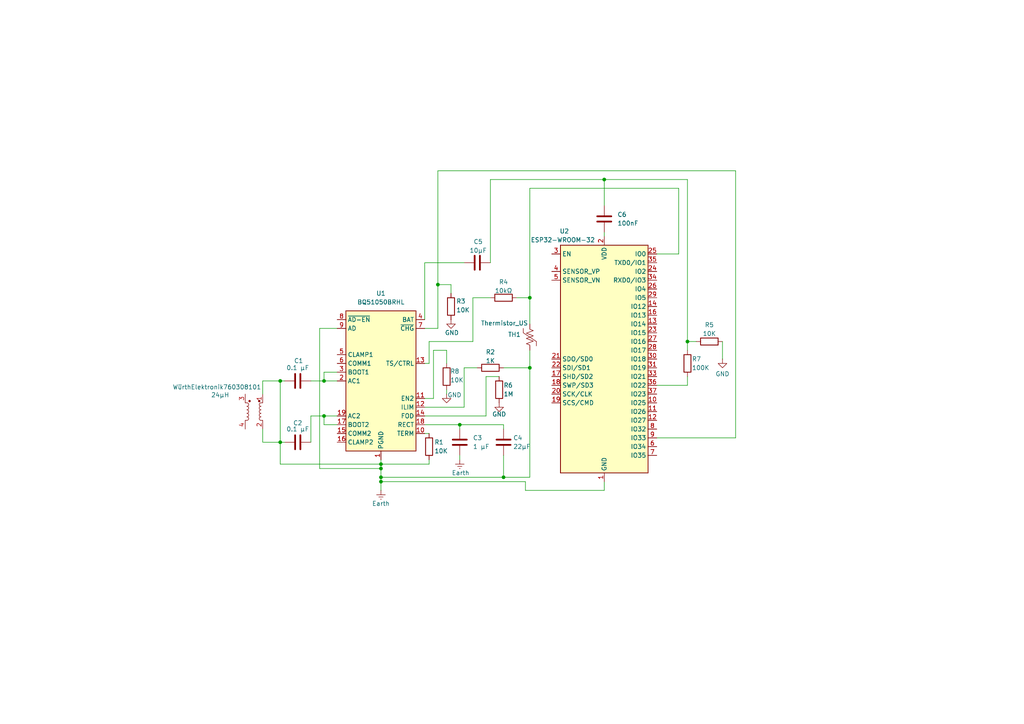
<source format=kicad_sch>
(kicad_sch
	(version 20231120)
	(generator "eeschema")
	(generator_version "8.0")
	(uuid "4210b1ee-d4a5-41d8-8634-fdaebda3c6b7")
	(paper "A4")
	(lib_symbols
		(symbol "Battery_Management:BQ51050BRHL"
			(exclude_from_sim no)
			(in_bom yes)
			(on_board yes)
			(property "Reference" "U"
				(at -8.89 21.59 0)
				(effects
					(font
						(size 1.27 1.27)
					)
				)
			)
			(property "Value" "BQ51050BRHL"
				(at 7.62 21.59 0)
				(effects
					(font
						(size 1.27 1.27)
					)
				)
			)
			(property "Footprint" "Package_DFN_QFN:Texas_VQFN-RHL-20"
				(at 20.32 -21.59 0)
				(effects
					(font
						(size 1.27 1.27)
					)
					(hide yes)
				)
			)
			(property "Datasheet" "http://www.ti.com/lit/ds/symlink/bq51050b.pdf"
				(at 0 0 0)
				(effects
					(font
						(size 1.27 1.27)
					)
					(hide yes)
				)
			)
			(property "Description" "Qi v1.2, Wireless Power Receiver and Battery Charger, Vout 4.2V, VQFN-20"
				(at 0 0 0)
				(effects
					(font
						(size 1.27 1.27)
					)
					(hide yes)
				)
			)
			(property "ki_keywords" "Qi Wireless Power Receiver Battery Charger 4.2V"
				(at 0 0 0)
				(effects
					(font
						(size 1.27 1.27)
					)
					(hide yes)
				)
			)
			(property "ki_fp_filters" "Texas?VQFN?RHL*"
				(at 0 0 0)
				(effects
					(font
						(size 1.27 1.27)
					)
					(hide yes)
				)
			)
			(symbol "BQ51050BRHL_0_1"
				(rectangle
					(start -10.16 -20.32)
					(end 10.16 20.32)
					(stroke
						(width 0.254)
						(type default)
					)
					(fill
						(type background)
					)
				)
			)
			(symbol "BQ51050BRHL_1_1"
				(pin power_in line
					(at 0 -22.86 90)
					(length 2.54)
					(name "PGND"
						(effects
							(font
								(size 1.27 1.27)
							)
						)
					)
					(number "1"
						(effects
							(font
								(size 1.27 1.27)
							)
						)
					)
				)
				(pin input line
					(at 12.7 -15.24 180)
					(length 2.54)
					(name "TERM"
						(effects
							(font
								(size 1.27 1.27)
							)
						)
					)
					(number "10"
						(effects
							(font
								(size 1.27 1.27)
							)
						)
					)
				)
				(pin input line
					(at 12.7 -5.08 180)
					(length 2.54)
					(name "EN2"
						(effects
							(font
								(size 1.27 1.27)
							)
						)
					)
					(number "11"
						(effects
							(font
								(size 1.27 1.27)
							)
						)
					)
				)
				(pin passive line
					(at 12.7 -7.62 180)
					(length 2.54)
					(name "ILIM"
						(effects
							(font
								(size 1.27 1.27)
							)
						)
					)
					(number "12"
						(effects
							(font
								(size 1.27 1.27)
							)
						)
					)
				)
				(pin input line
					(at 12.7 5.08 180)
					(length 2.54)
					(name "TS/CTRL"
						(effects
							(font
								(size 1.27 1.27)
							)
						)
					)
					(number "13"
						(effects
							(font
								(size 1.27 1.27)
							)
						)
					)
				)
				(pin input line
					(at 12.7 -10.16 180)
					(length 2.54)
					(name "FOD"
						(effects
							(font
								(size 1.27 1.27)
							)
						)
					)
					(number "14"
						(effects
							(font
								(size 1.27 1.27)
							)
						)
					)
				)
				(pin open_collector line
					(at -12.7 -15.24 0)
					(length 2.54)
					(name "COMM2"
						(effects
							(font
								(size 1.27 1.27)
							)
						)
					)
					(number "15"
						(effects
							(font
								(size 1.27 1.27)
							)
						)
					)
				)
				(pin open_collector line
					(at -12.7 -17.78 0)
					(length 2.54)
					(name "CLAMP2"
						(effects
							(font
								(size 1.27 1.27)
							)
						)
					)
					(number "16"
						(effects
							(font
								(size 1.27 1.27)
							)
						)
					)
				)
				(pin passive line
					(at -12.7 -12.7 0)
					(length 2.54)
					(name "BOOT2"
						(effects
							(font
								(size 1.27 1.27)
							)
						)
					)
					(number "17"
						(effects
							(font
								(size 1.27 1.27)
							)
						)
					)
				)
				(pin passive line
					(at 12.7 -12.7 180)
					(length 2.54)
					(name "RECT"
						(effects
							(font
								(size 1.27 1.27)
							)
						)
					)
					(number "18"
						(effects
							(font
								(size 1.27 1.27)
							)
						)
					)
				)
				(pin input line
					(at -12.7 -10.16 0)
					(length 2.54)
					(name "AC2"
						(effects
							(font
								(size 1.27 1.27)
							)
						)
					)
					(number "19"
						(effects
							(font
								(size 1.27 1.27)
							)
						)
					)
				)
				(pin input line
					(at -12.7 0 0)
					(length 2.54)
					(name "AC1"
						(effects
							(font
								(size 1.27 1.27)
							)
						)
					)
					(number "2"
						(effects
							(font
								(size 1.27 1.27)
							)
						)
					)
				)
				(pin passive line
					(at 0 -22.86 90)
					(length 2.54) hide
					(name "PGND"
						(effects
							(font
								(size 1.27 1.27)
							)
						)
					)
					(number "20"
						(effects
							(font
								(size 1.27 1.27)
							)
						)
					)
				)
				(pin passive line
					(at 0 -22.86 90)
					(length 2.54) hide
					(name "PGND"
						(effects
							(font
								(size 1.27 1.27)
							)
						)
					)
					(number "21"
						(effects
							(font
								(size 1.27 1.27)
							)
						)
					)
				)
				(pin passive line
					(at -12.7 2.54 0)
					(length 2.54)
					(name "BOOT1"
						(effects
							(font
								(size 1.27 1.27)
							)
						)
					)
					(number "3"
						(effects
							(font
								(size 1.27 1.27)
							)
						)
					)
				)
				(pin power_out line
					(at 12.7 17.78 180)
					(length 2.54)
					(name "BAT"
						(effects
							(font
								(size 1.27 1.27)
							)
						)
					)
					(number "4"
						(effects
							(font
								(size 1.27 1.27)
							)
						)
					)
				)
				(pin open_collector line
					(at -12.7 7.62 0)
					(length 2.54)
					(name "CLAMP1"
						(effects
							(font
								(size 1.27 1.27)
							)
						)
					)
					(number "5"
						(effects
							(font
								(size 1.27 1.27)
							)
						)
					)
				)
				(pin open_collector line
					(at -12.7 5.08 0)
					(length 2.54)
					(name "COMM1"
						(effects
							(font
								(size 1.27 1.27)
							)
						)
					)
					(number "6"
						(effects
							(font
								(size 1.27 1.27)
							)
						)
					)
				)
				(pin open_collector line
					(at 12.7 15.24 180)
					(length 2.54)
					(name "~{CHG}"
						(effects
							(font
								(size 1.27 1.27)
							)
						)
					)
					(number "7"
						(effects
							(font
								(size 1.27 1.27)
							)
						)
					)
				)
				(pin output line
					(at -12.7 17.78 0)
					(length 2.54)
					(name "~{AD-EN}"
						(effects
							(font
								(size 1.27 1.27)
							)
						)
					)
					(number "8"
						(effects
							(font
								(size 1.27 1.27)
							)
						)
					)
				)
				(pin input line
					(at -12.7 15.24 0)
					(length 2.54)
					(name "AD"
						(effects
							(font
								(size 1.27 1.27)
							)
						)
					)
					(number "9"
						(effects
							(font
								(size 1.27 1.27)
							)
						)
					)
				)
			)
		)
		(symbol "Device:C"
			(pin_numbers hide)
			(pin_names
				(offset 0.254)
			)
			(exclude_from_sim no)
			(in_bom yes)
			(on_board yes)
			(property "Reference" "C"
				(at 0.635 2.54 0)
				(effects
					(font
						(size 1.27 1.27)
					)
					(justify left)
				)
			)
			(property "Value" "C"
				(at 0.635 -2.54 0)
				(effects
					(font
						(size 1.27 1.27)
					)
					(justify left)
				)
			)
			(property "Footprint" ""
				(at 0.9652 -3.81 0)
				(effects
					(font
						(size 1.27 1.27)
					)
					(hide yes)
				)
			)
			(property "Datasheet" "~"
				(at 0 0 0)
				(effects
					(font
						(size 1.27 1.27)
					)
					(hide yes)
				)
			)
			(property "Description" "Unpolarized capacitor"
				(at 0 0 0)
				(effects
					(font
						(size 1.27 1.27)
					)
					(hide yes)
				)
			)
			(property "ki_keywords" "cap capacitor"
				(at 0 0 0)
				(effects
					(font
						(size 1.27 1.27)
					)
					(hide yes)
				)
			)
			(property "ki_fp_filters" "C_*"
				(at 0 0 0)
				(effects
					(font
						(size 1.27 1.27)
					)
					(hide yes)
				)
			)
			(symbol "C_0_1"
				(polyline
					(pts
						(xy -2.032 -0.762) (xy 2.032 -0.762)
					)
					(stroke
						(width 0.508)
						(type default)
					)
					(fill
						(type none)
					)
				)
				(polyline
					(pts
						(xy -2.032 0.762) (xy 2.032 0.762)
					)
					(stroke
						(width 0.508)
						(type default)
					)
					(fill
						(type none)
					)
				)
			)
			(symbol "C_1_1"
				(pin passive line
					(at 0 3.81 270)
					(length 2.794)
					(name "~"
						(effects
							(font
								(size 1.27 1.27)
							)
						)
					)
					(number "1"
						(effects
							(font
								(size 1.27 1.27)
							)
						)
					)
				)
				(pin passive line
					(at 0 -3.81 90)
					(length 2.794)
					(name "~"
						(effects
							(font
								(size 1.27 1.27)
							)
						)
					)
					(number "2"
						(effects
							(font
								(size 1.27 1.27)
							)
						)
					)
				)
			)
		)
		(symbol "Device:L_Coupled"
			(pin_names
				(offset 0.254) hide)
			(exclude_from_sim no)
			(in_bom yes)
			(on_board yes)
			(property "Reference" "L"
				(at 0 4.445 0)
				(effects
					(font
						(size 1.27 1.27)
					)
				)
			)
			(property "Value" "L_Coupled"
				(at 0 -4.445 0)
				(effects
					(font
						(size 1.27 1.27)
					)
				)
			)
			(property "Footprint" ""
				(at 0 0 0)
				(effects
					(font
						(size 1.27 1.27)
					)
					(hide yes)
				)
			)
			(property "Datasheet" "~"
				(at 0 0 0)
				(effects
					(font
						(size 1.27 1.27)
					)
					(hide yes)
				)
			)
			(property "Description" "Coupled inductor"
				(at 0 0 0)
				(effects
					(font
						(size 1.27 1.27)
					)
					(hide yes)
				)
			)
			(property "ki_keywords" "inductor choke coil reactor magnetic coupled"
				(at 0 0 0)
				(effects
					(font
						(size 1.27 1.27)
					)
					(hide yes)
				)
			)
			(property "ki_fp_filters" "Choke_* *Coil* Inductor_* L_*"
				(at 0 0 0)
				(effects
					(font
						(size 1.27 1.27)
					)
					(hide yes)
				)
			)
			(symbol "L_Coupled_0_1"
				(circle
					(center -3.048 -1.27)
					(radius 0.254)
					(stroke
						(width 0)
						(type default)
					)
					(fill
						(type outline)
					)
				)
				(circle
					(center -3.048 1.524)
					(radius 0.254)
					(stroke
						(width 0)
						(type default)
					)
					(fill
						(type outline)
					)
				)
				(arc
					(start -2.54 2.032)
					(mid -2.032 1.5262)
					(end -1.524 2.032)
					(stroke
						(width 0)
						(type default)
					)
					(fill
						(type none)
					)
				)
				(arc
					(start -1.524 -2.032)
					(mid -2.032 -1.5262)
					(end -2.54 -2.032)
					(stroke
						(width 0)
						(type default)
					)
					(fill
						(type none)
					)
				)
				(arc
					(start -1.524 2.032)
					(mid -1.016 1.5262)
					(end -0.508 2.032)
					(stroke
						(width 0)
						(type default)
					)
					(fill
						(type none)
					)
				)
				(arc
					(start -0.508 -2.032)
					(mid -1.016 -1.5262)
					(end -1.524 -2.032)
					(stroke
						(width 0)
						(type default)
					)
					(fill
						(type none)
					)
				)
				(arc
					(start -0.508 2.032)
					(mid 0 1.5262)
					(end 0.508 2.032)
					(stroke
						(width 0)
						(type default)
					)
					(fill
						(type none)
					)
				)
				(polyline
					(pts
						(xy -2.54 -2.032) (xy -2.54 -2.54)
					)
					(stroke
						(width 0)
						(type default)
					)
					(fill
						(type none)
					)
				)
				(polyline
					(pts
						(xy -2.54 2.032) (xy -2.54 2.54)
					)
					(stroke
						(width 0)
						(type default)
					)
					(fill
						(type none)
					)
				)
				(polyline
					(pts
						(xy 2.54 -2.032) (xy 2.54 -2.54)
					)
					(stroke
						(width 0)
						(type default)
					)
					(fill
						(type none)
					)
				)
				(polyline
					(pts
						(xy 2.54 2.54) (xy 2.54 2.032)
					)
					(stroke
						(width 0)
						(type default)
					)
					(fill
						(type none)
					)
				)
				(arc
					(start 0.508 -2.032)
					(mid 0 -1.5262)
					(end -0.508 -2.032)
					(stroke
						(width 0)
						(type default)
					)
					(fill
						(type none)
					)
				)
				(arc
					(start 0.508 2.032)
					(mid 1.016 1.5262)
					(end 1.524 2.032)
					(stroke
						(width 0)
						(type default)
					)
					(fill
						(type none)
					)
				)
				(arc
					(start 1.524 -2.032)
					(mid 1.016 -1.5262)
					(end 0.508 -2.032)
					(stroke
						(width 0)
						(type default)
					)
					(fill
						(type none)
					)
				)
				(arc
					(start 1.524 2.032)
					(mid 2.032 1.5262)
					(end 2.54 2.032)
					(stroke
						(width 0)
						(type default)
					)
					(fill
						(type none)
					)
				)
				(arc
					(start 2.54 -2.032)
					(mid 2.032 -1.5262)
					(end 1.524 -2.032)
					(stroke
						(width 0)
						(type default)
					)
					(fill
						(type none)
					)
				)
			)
			(symbol "L_Coupled_1_1"
				(pin passive line
					(at -5.08 2.54 0)
					(length 2.54)
					(name "1"
						(effects
							(font
								(size 1.27 1.27)
							)
						)
					)
					(number "1"
						(effects
							(font
								(size 1.27 1.27)
							)
						)
					)
				)
				(pin passive line
					(at 5.08 2.54 180)
					(length 2.54)
					(name "2"
						(effects
							(font
								(size 1.27 1.27)
							)
						)
					)
					(number "2"
						(effects
							(font
								(size 1.27 1.27)
							)
						)
					)
				)
				(pin passive line
					(at -5.08 -2.54 0)
					(length 2.54)
					(name "3"
						(effects
							(font
								(size 1.27 1.27)
							)
						)
					)
					(number "3"
						(effects
							(font
								(size 1.27 1.27)
							)
						)
					)
				)
				(pin passive line
					(at 5.08 -2.54 180)
					(length 2.54)
					(name "4"
						(effects
							(font
								(size 1.27 1.27)
							)
						)
					)
					(number "4"
						(effects
							(font
								(size 1.27 1.27)
							)
						)
					)
				)
			)
		)
		(symbol "Device:R"
			(pin_numbers hide)
			(pin_names
				(offset 0)
			)
			(exclude_from_sim no)
			(in_bom yes)
			(on_board yes)
			(property "Reference" "R"
				(at 2.032 0 90)
				(effects
					(font
						(size 1.27 1.27)
					)
				)
			)
			(property "Value" "R"
				(at 0 0 90)
				(effects
					(font
						(size 1.27 1.27)
					)
				)
			)
			(property "Footprint" ""
				(at -1.778 0 90)
				(effects
					(font
						(size 1.27 1.27)
					)
					(hide yes)
				)
			)
			(property "Datasheet" "~"
				(at 0 0 0)
				(effects
					(font
						(size 1.27 1.27)
					)
					(hide yes)
				)
			)
			(property "Description" "Resistor"
				(at 0 0 0)
				(effects
					(font
						(size 1.27 1.27)
					)
					(hide yes)
				)
			)
			(property "ki_keywords" "R res resistor"
				(at 0 0 0)
				(effects
					(font
						(size 1.27 1.27)
					)
					(hide yes)
				)
			)
			(property "ki_fp_filters" "R_*"
				(at 0 0 0)
				(effects
					(font
						(size 1.27 1.27)
					)
					(hide yes)
				)
			)
			(symbol "R_0_1"
				(rectangle
					(start -1.016 -2.54)
					(end 1.016 2.54)
					(stroke
						(width 0.254)
						(type default)
					)
					(fill
						(type none)
					)
				)
			)
			(symbol "R_1_1"
				(pin passive line
					(at 0 3.81 270)
					(length 1.27)
					(name "~"
						(effects
							(font
								(size 1.27 1.27)
							)
						)
					)
					(number "1"
						(effects
							(font
								(size 1.27 1.27)
							)
						)
					)
				)
				(pin passive line
					(at 0 -3.81 90)
					(length 1.27)
					(name "~"
						(effects
							(font
								(size 1.27 1.27)
							)
						)
					)
					(number "2"
						(effects
							(font
								(size 1.27 1.27)
							)
						)
					)
				)
			)
		)
		(symbol "Device:Thermistor_US"
			(pin_numbers hide)
			(pin_names
				(offset 0)
			)
			(exclude_from_sim no)
			(in_bom yes)
			(on_board yes)
			(property "Reference" "TH"
				(at 2.54 1.27 90)
				(effects
					(font
						(size 1.27 1.27)
					)
				)
			)
			(property "Value" "Thermistor_US"
				(at -2.54 0 90)
				(effects
					(font
						(size 1.27 1.27)
					)
					(justify bottom)
				)
			)
			(property "Footprint" ""
				(at 0 0 0)
				(effects
					(font
						(size 1.27 1.27)
					)
					(hide yes)
				)
			)
			(property "Datasheet" "~"
				(at 0 0 0)
				(effects
					(font
						(size 1.27 1.27)
					)
					(hide yes)
				)
			)
			(property "Description" "Thermistor, temperature dependent resistor, US symbol"
				(at 0 0 0)
				(effects
					(font
						(size 1.27 1.27)
					)
					(hide yes)
				)
			)
			(property "ki_keywords" "R res thermistor"
				(at 0 0 0)
				(effects
					(font
						(size 1.27 1.27)
					)
					(hide yes)
				)
			)
			(property "ki_fp_filters" "R_*"
				(at 0 0 0)
				(effects
					(font
						(size 1.27 1.27)
					)
					(hide yes)
				)
			)
			(symbol "Thermistor_US_0_1"
				(polyline
					(pts
						(xy 0 -2.286) (xy 0 -2.54)
					)
					(stroke
						(width 0)
						(type default)
					)
					(fill
						(type none)
					)
				)
				(polyline
					(pts
						(xy 0 2.286) (xy 0 2.54)
					)
					(stroke
						(width 0)
						(type default)
					)
					(fill
						(type none)
					)
				)
				(polyline
					(pts
						(xy 1.905 -1.27) (xy 1.905 -2.54)
					)
					(stroke
						(width 0)
						(type default)
					)
					(fill
						(type none)
					)
				)
				(polyline
					(pts
						(xy -1.905 2.54) (xy -1.905 1.27) (xy 1.905 -1.27)
					)
					(stroke
						(width 0)
						(type default)
					)
					(fill
						(type none)
					)
				)
				(polyline
					(pts
						(xy 0 -0.762) (xy 1.016 -1.143) (xy 0 -1.524) (xy -1.016 -1.905) (xy 0 -2.286)
					)
					(stroke
						(width 0)
						(type default)
					)
					(fill
						(type none)
					)
				)
				(polyline
					(pts
						(xy 0 0.762) (xy 1.016 0.381) (xy 0 0) (xy -1.016 -0.381) (xy 0 -0.762)
					)
					(stroke
						(width 0)
						(type default)
					)
					(fill
						(type none)
					)
				)
				(polyline
					(pts
						(xy 0 2.286) (xy 1.016 1.905) (xy 0 1.524) (xy -1.016 1.143) (xy 0 0.762)
					)
					(stroke
						(width 0)
						(type default)
					)
					(fill
						(type none)
					)
				)
			)
			(symbol "Thermistor_US_1_1"
				(pin passive line
					(at 0 3.81 270)
					(length 1.27)
					(name "~"
						(effects
							(font
								(size 1.27 1.27)
							)
						)
					)
					(number "1"
						(effects
							(font
								(size 1.27 1.27)
							)
						)
					)
				)
				(pin passive line
					(at 0 -3.81 90)
					(length 1.27)
					(name "~"
						(effects
							(font
								(size 1.27 1.27)
							)
						)
					)
					(number "2"
						(effects
							(font
								(size 1.27 1.27)
							)
						)
					)
				)
			)
		)
		(symbol "RF_Module:ESP32-WROOM-32"
			(exclude_from_sim no)
			(in_bom yes)
			(on_board yes)
			(property "Reference" "U"
				(at -12.7 34.29 0)
				(effects
					(font
						(size 1.27 1.27)
					)
					(justify left)
				)
			)
			(property "Value" "ESP32-WROOM-32"
				(at 1.27 34.29 0)
				(effects
					(font
						(size 1.27 1.27)
					)
					(justify left)
				)
			)
			(property "Footprint" "RF_Module:ESP32-WROOM-32"
				(at 0 -38.1 0)
				(effects
					(font
						(size 1.27 1.27)
					)
					(hide yes)
				)
			)
			(property "Datasheet" "https://www.espressif.com/sites/default/files/documentation/esp32-wroom-32_datasheet_en.pdf"
				(at -7.62 1.27 0)
				(effects
					(font
						(size 1.27 1.27)
					)
					(hide yes)
				)
			)
			(property "Description" "RF Module, ESP32-D0WDQ6 SoC, Wi-Fi 802.11b/g/n, Bluetooth, BLE, 32-bit, 2.7-3.6V, onboard antenna, SMD"
				(at 0 0 0)
				(effects
					(font
						(size 1.27 1.27)
					)
					(hide yes)
				)
			)
			(property "ki_keywords" "RF Radio BT ESP ESP32 Espressif onboard PCB antenna"
				(at 0 0 0)
				(effects
					(font
						(size 1.27 1.27)
					)
					(hide yes)
				)
			)
			(property "ki_fp_filters" "ESP32?WROOM?32*"
				(at 0 0 0)
				(effects
					(font
						(size 1.27 1.27)
					)
					(hide yes)
				)
			)
			(symbol "ESP32-WROOM-32_0_1"
				(rectangle
					(start -12.7 33.02)
					(end 12.7 -33.02)
					(stroke
						(width 0.254)
						(type default)
					)
					(fill
						(type background)
					)
				)
			)
			(symbol "ESP32-WROOM-32_1_1"
				(pin power_in line
					(at 0 -35.56 90)
					(length 2.54)
					(name "GND"
						(effects
							(font
								(size 1.27 1.27)
							)
						)
					)
					(number "1"
						(effects
							(font
								(size 1.27 1.27)
							)
						)
					)
				)
				(pin bidirectional line
					(at 15.24 -12.7 180)
					(length 2.54)
					(name "IO25"
						(effects
							(font
								(size 1.27 1.27)
							)
						)
					)
					(number "10"
						(effects
							(font
								(size 1.27 1.27)
							)
						)
					)
				)
				(pin bidirectional line
					(at 15.24 -15.24 180)
					(length 2.54)
					(name "IO26"
						(effects
							(font
								(size 1.27 1.27)
							)
						)
					)
					(number "11"
						(effects
							(font
								(size 1.27 1.27)
							)
						)
					)
				)
				(pin bidirectional line
					(at 15.24 -17.78 180)
					(length 2.54)
					(name "IO27"
						(effects
							(font
								(size 1.27 1.27)
							)
						)
					)
					(number "12"
						(effects
							(font
								(size 1.27 1.27)
							)
						)
					)
				)
				(pin bidirectional line
					(at 15.24 10.16 180)
					(length 2.54)
					(name "IO14"
						(effects
							(font
								(size 1.27 1.27)
							)
						)
					)
					(number "13"
						(effects
							(font
								(size 1.27 1.27)
							)
						)
					)
				)
				(pin bidirectional line
					(at 15.24 15.24 180)
					(length 2.54)
					(name "IO12"
						(effects
							(font
								(size 1.27 1.27)
							)
						)
					)
					(number "14"
						(effects
							(font
								(size 1.27 1.27)
							)
						)
					)
				)
				(pin passive line
					(at 0 -35.56 90)
					(length 2.54) hide
					(name "GND"
						(effects
							(font
								(size 1.27 1.27)
							)
						)
					)
					(number "15"
						(effects
							(font
								(size 1.27 1.27)
							)
						)
					)
				)
				(pin bidirectional line
					(at 15.24 12.7 180)
					(length 2.54)
					(name "IO13"
						(effects
							(font
								(size 1.27 1.27)
							)
						)
					)
					(number "16"
						(effects
							(font
								(size 1.27 1.27)
							)
						)
					)
				)
				(pin bidirectional line
					(at -15.24 -5.08 0)
					(length 2.54)
					(name "SHD/SD2"
						(effects
							(font
								(size 1.27 1.27)
							)
						)
					)
					(number "17"
						(effects
							(font
								(size 1.27 1.27)
							)
						)
					)
				)
				(pin bidirectional line
					(at -15.24 -7.62 0)
					(length 2.54)
					(name "SWP/SD3"
						(effects
							(font
								(size 1.27 1.27)
							)
						)
					)
					(number "18"
						(effects
							(font
								(size 1.27 1.27)
							)
						)
					)
				)
				(pin bidirectional line
					(at -15.24 -12.7 0)
					(length 2.54)
					(name "SCS/CMD"
						(effects
							(font
								(size 1.27 1.27)
							)
						)
					)
					(number "19"
						(effects
							(font
								(size 1.27 1.27)
							)
						)
					)
				)
				(pin power_in line
					(at 0 35.56 270)
					(length 2.54)
					(name "VDD"
						(effects
							(font
								(size 1.27 1.27)
							)
						)
					)
					(number "2"
						(effects
							(font
								(size 1.27 1.27)
							)
						)
					)
				)
				(pin bidirectional line
					(at -15.24 -10.16 0)
					(length 2.54)
					(name "SCK/CLK"
						(effects
							(font
								(size 1.27 1.27)
							)
						)
					)
					(number "20"
						(effects
							(font
								(size 1.27 1.27)
							)
						)
					)
				)
				(pin bidirectional line
					(at -15.24 0 0)
					(length 2.54)
					(name "SDO/SD0"
						(effects
							(font
								(size 1.27 1.27)
							)
						)
					)
					(number "21"
						(effects
							(font
								(size 1.27 1.27)
							)
						)
					)
				)
				(pin bidirectional line
					(at -15.24 -2.54 0)
					(length 2.54)
					(name "SDI/SD1"
						(effects
							(font
								(size 1.27 1.27)
							)
						)
					)
					(number "22"
						(effects
							(font
								(size 1.27 1.27)
							)
						)
					)
				)
				(pin bidirectional line
					(at 15.24 7.62 180)
					(length 2.54)
					(name "IO15"
						(effects
							(font
								(size 1.27 1.27)
							)
						)
					)
					(number "23"
						(effects
							(font
								(size 1.27 1.27)
							)
						)
					)
				)
				(pin bidirectional line
					(at 15.24 25.4 180)
					(length 2.54)
					(name "IO2"
						(effects
							(font
								(size 1.27 1.27)
							)
						)
					)
					(number "24"
						(effects
							(font
								(size 1.27 1.27)
							)
						)
					)
				)
				(pin bidirectional line
					(at 15.24 30.48 180)
					(length 2.54)
					(name "IO0"
						(effects
							(font
								(size 1.27 1.27)
							)
						)
					)
					(number "25"
						(effects
							(font
								(size 1.27 1.27)
							)
						)
					)
				)
				(pin bidirectional line
					(at 15.24 20.32 180)
					(length 2.54)
					(name "IO4"
						(effects
							(font
								(size 1.27 1.27)
							)
						)
					)
					(number "26"
						(effects
							(font
								(size 1.27 1.27)
							)
						)
					)
				)
				(pin bidirectional line
					(at 15.24 5.08 180)
					(length 2.54)
					(name "IO16"
						(effects
							(font
								(size 1.27 1.27)
							)
						)
					)
					(number "27"
						(effects
							(font
								(size 1.27 1.27)
							)
						)
					)
				)
				(pin bidirectional line
					(at 15.24 2.54 180)
					(length 2.54)
					(name "IO17"
						(effects
							(font
								(size 1.27 1.27)
							)
						)
					)
					(number "28"
						(effects
							(font
								(size 1.27 1.27)
							)
						)
					)
				)
				(pin bidirectional line
					(at 15.24 17.78 180)
					(length 2.54)
					(name "IO5"
						(effects
							(font
								(size 1.27 1.27)
							)
						)
					)
					(number "29"
						(effects
							(font
								(size 1.27 1.27)
							)
						)
					)
				)
				(pin input line
					(at -15.24 30.48 0)
					(length 2.54)
					(name "EN"
						(effects
							(font
								(size 1.27 1.27)
							)
						)
					)
					(number "3"
						(effects
							(font
								(size 1.27 1.27)
							)
						)
					)
				)
				(pin bidirectional line
					(at 15.24 0 180)
					(length 2.54)
					(name "IO18"
						(effects
							(font
								(size 1.27 1.27)
							)
						)
					)
					(number "30"
						(effects
							(font
								(size 1.27 1.27)
							)
						)
					)
				)
				(pin bidirectional line
					(at 15.24 -2.54 180)
					(length 2.54)
					(name "IO19"
						(effects
							(font
								(size 1.27 1.27)
							)
						)
					)
					(number "31"
						(effects
							(font
								(size 1.27 1.27)
							)
						)
					)
				)
				(pin no_connect line
					(at -12.7 -27.94 0)
					(length 2.54) hide
					(name "NC"
						(effects
							(font
								(size 1.27 1.27)
							)
						)
					)
					(number "32"
						(effects
							(font
								(size 1.27 1.27)
							)
						)
					)
				)
				(pin bidirectional line
					(at 15.24 -5.08 180)
					(length 2.54)
					(name "IO21"
						(effects
							(font
								(size 1.27 1.27)
							)
						)
					)
					(number "33"
						(effects
							(font
								(size 1.27 1.27)
							)
						)
					)
				)
				(pin bidirectional line
					(at 15.24 22.86 180)
					(length 2.54)
					(name "RXD0/IO3"
						(effects
							(font
								(size 1.27 1.27)
							)
						)
					)
					(number "34"
						(effects
							(font
								(size 1.27 1.27)
							)
						)
					)
				)
				(pin bidirectional line
					(at 15.24 27.94 180)
					(length 2.54)
					(name "TXD0/IO1"
						(effects
							(font
								(size 1.27 1.27)
							)
						)
					)
					(number "35"
						(effects
							(font
								(size 1.27 1.27)
							)
						)
					)
				)
				(pin bidirectional line
					(at 15.24 -7.62 180)
					(length 2.54)
					(name "IO22"
						(effects
							(font
								(size 1.27 1.27)
							)
						)
					)
					(number "36"
						(effects
							(font
								(size 1.27 1.27)
							)
						)
					)
				)
				(pin bidirectional line
					(at 15.24 -10.16 180)
					(length 2.54)
					(name "IO23"
						(effects
							(font
								(size 1.27 1.27)
							)
						)
					)
					(number "37"
						(effects
							(font
								(size 1.27 1.27)
							)
						)
					)
				)
				(pin passive line
					(at 0 -35.56 90)
					(length 2.54) hide
					(name "GND"
						(effects
							(font
								(size 1.27 1.27)
							)
						)
					)
					(number "38"
						(effects
							(font
								(size 1.27 1.27)
							)
						)
					)
				)
				(pin passive line
					(at 0 -35.56 90)
					(length 2.54) hide
					(name "GND"
						(effects
							(font
								(size 1.27 1.27)
							)
						)
					)
					(number "39"
						(effects
							(font
								(size 1.27 1.27)
							)
						)
					)
				)
				(pin input line
					(at -15.24 25.4 0)
					(length 2.54)
					(name "SENSOR_VP"
						(effects
							(font
								(size 1.27 1.27)
							)
						)
					)
					(number "4"
						(effects
							(font
								(size 1.27 1.27)
							)
						)
					)
				)
				(pin input line
					(at -15.24 22.86 0)
					(length 2.54)
					(name "SENSOR_VN"
						(effects
							(font
								(size 1.27 1.27)
							)
						)
					)
					(number "5"
						(effects
							(font
								(size 1.27 1.27)
							)
						)
					)
				)
				(pin input line
					(at 15.24 -25.4 180)
					(length 2.54)
					(name "IO34"
						(effects
							(font
								(size 1.27 1.27)
							)
						)
					)
					(number "6"
						(effects
							(font
								(size 1.27 1.27)
							)
						)
					)
				)
				(pin input line
					(at 15.24 -27.94 180)
					(length 2.54)
					(name "IO35"
						(effects
							(font
								(size 1.27 1.27)
							)
						)
					)
					(number "7"
						(effects
							(font
								(size 1.27 1.27)
							)
						)
					)
				)
				(pin bidirectional line
					(at 15.24 -20.32 180)
					(length 2.54)
					(name "IO32"
						(effects
							(font
								(size 1.27 1.27)
							)
						)
					)
					(number "8"
						(effects
							(font
								(size 1.27 1.27)
							)
						)
					)
				)
				(pin bidirectional line
					(at 15.24 -22.86 180)
					(length 2.54)
					(name "IO33"
						(effects
							(font
								(size 1.27 1.27)
							)
						)
					)
					(number "9"
						(effects
							(font
								(size 1.27 1.27)
							)
						)
					)
				)
			)
		)
		(symbol "power:Earth"
			(power)
			(pin_numbers hide)
			(pin_names
				(offset 0) hide)
			(exclude_from_sim no)
			(in_bom yes)
			(on_board yes)
			(property "Reference" "#PWR"
				(at 0 -6.35 0)
				(effects
					(font
						(size 1.27 1.27)
					)
					(hide yes)
				)
			)
			(property "Value" "Earth"
				(at 0 -3.81 0)
				(effects
					(font
						(size 1.27 1.27)
					)
				)
			)
			(property "Footprint" ""
				(at 0 0 0)
				(effects
					(font
						(size 1.27 1.27)
					)
					(hide yes)
				)
			)
			(property "Datasheet" "~"
				(at 0 0 0)
				(effects
					(font
						(size 1.27 1.27)
					)
					(hide yes)
				)
			)
			(property "Description" "Power symbol creates a global label with name \"Earth\""
				(at 0 0 0)
				(effects
					(font
						(size 1.27 1.27)
					)
					(hide yes)
				)
			)
			(property "ki_keywords" "global ground gnd"
				(at 0 0 0)
				(effects
					(font
						(size 1.27 1.27)
					)
					(hide yes)
				)
			)
			(symbol "Earth_0_1"
				(polyline
					(pts
						(xy -0.635 -1.905) (xy 0.635 -1.905)
					)
					(stroke
						(width 0)
						(type default)
					)
					(fill
						(type none)
					)
				)
				(polyline
					(pts
						(xy -0.127 -2.54) (xy 0.127 -2.54)
					)
					(stroke
						(width 0)
						(type default)
					)
					(fill
						(type none)
					)
				)
				(polyline
					(pts
						(xy 0 -1.27) (xy 0 0)
					)
					(stroke
						(width 0)
						(type default)
					)
					(fill
						(type none)
					)
				)
				(polyline
					(pts
						(xy 1.27 -1.27) (xy -1.27 -1.27)
					)
					(stroke
						(width 0)
						(type default)
					)
					(fill
						(type none)
					)
				)
			)
			(symbol "Earth_1_1"
				(pin power_in line
					(at 0 0 270)
					(length 0)
					(name "~"
						(effects
							(font
								(size 1.27 1.27)
							)
						)
					)
					(number "1"
						(effects
							(font
								(size 1.27 1.27)
							)
						)
					)
				)
			)
		)
		(symbol "power:GND"
			(power)
			(pin_numbers hide)
			(pin_names
				(offset 0) hide)
			(exclude_from_sim no)
			(in_bom yes)
			(on_board yes)
			(property "Reference" "#PWR"
				(at 0 -6.35 0)
				(effects
					(font
						(size 1.27 1.27)
					)
					(hide yes)
				)
			)
			(property "Value" "GND"
				(at 0 -3.81 0)
				(effects
					(font
						(size 1.27 1.27)
					)
				)
			)
			(property "Footprint" ""
				(at 0 0 0)
				(effects
					(font
						(size 1.27 1.27)
					)
					(hide yes)
				)
			)
			(property "Datasheet" ""
				(at 0 0 0)
				(effects
					(font
						(size 1.27 1.27)
					)
					(hide yes)
				)
			)
			(property "Description" "Power symbol creates a global label with name \"GND\" , ground"
				(at 0 0 0)
				(effects
					(font
						(size 1.27 1.27)
					)
					(hide yes)
				)
			)
			(property "ki_keywords" "global power"
				(at 0 0 0)
				(effects
					(font
						(size 1.27 1.27)
					)
					(hide yes)
				)
			)
			(symbol "GND_0_1"
				(polyline
					(pts
						(xy 0 0) (xy 0 -1.27) (xy 1.27 -1.27) (xy 0 -2.54) (xy -1.27 -1.27) (xy 0 -1.27)
					)
					(stroke
						(width 0)
						(type default)
					)
					(fill
						(type none)
					)
				)
			)
			(symbol "GND_1_1"
				(pin power_in line
					(at 0 0 270)
					(length 0)
					(name "~"
						(effects
							(font
								(size 1.27 1.27)
							)
						)
					)
					(number "1"
						(effects
							(font
								(size 1.27 1.27)
							)
						)
					)
				)
			)
		)
	)
	(junction
		(at 93.98 110.49)
		(diameter 0)
		(color 0 0 0 0)
		(uuid "24d19be1-40ae-4aac-aa4c-4ac37bd60938")
	)
	(junction
		(at 146.05 138.43)
		(diameter 0)
		(color 0 0 0 0)
		(uuid "2a768424-5adc-47b9-a640-91fb16345d26")
	)
	(junction
		(at 153.67 86.36)
		(diameter 0)
		(color 0 0 0 0)
		(uuid "5e2864cc-9e54-42e4-8497-e75ccdace7c6")
	)
	(junction
		(at 133.35 123.19)
		(diameter 0)
		(color 0 0 0 0)
		(uuid "70df4692-96fa-4443-bfc1-0e02027458ff")
	)
	(junction
		(at 81.28 110.49)
		(diameter 0)
		(color 0 0 0 0)
		(uuid "7dcc527e-e6a6-47c9-b758-411d3384334d")
	)
	(junction
		(at 153.67 106.68)
		(diameter 0)
		(color 0 0 0 0)
		(uuid "90f2307a-475f-48e5-9270-d10bb8f655ef")
	)
	(junction
		(at 110.49 139.7)
		(diameter 0)
		(color 0 0 0 0)
		(uuid "9abef3fa-5d4b-4a4f-b7e9-c6eb4dc7f509")
	)
	(junction
		(at 127 82.55)
		(diameter 0)
		(color 0 0 0 0)
		(uuid "ad9ed620-377b-4a64-92aa-64f560306f11")
	)
	(junction
		(at 81.28 128.27)
		(diameter 0)
		(color 0 0 0 0)
		(uuid "b4067181-c166-475b-853b-7b5f772c73ff")
	)
	(junction
		(at 110.49 134.62)
		(diameter 0)
		(color 0 0 0 0)
		(uuid "c3114483-bce6-4cb9-bc86-249e1270e91d")
	)
	(junction
		(at 93.98 120.65)
		(diameter 0)
		(color 0 0 0 0)
		(uuid "c89d1775-84bd-45ac-97ac-1ef8106e6f67")
	)
	(junction
		(at 110.49 135.89)
		(diameter 0)
		(color 0 0 0 0)
		(uuid "d3667ddc-4138-49e6-bafc-27d67ca7e8b5")
	)
	(junction
		(at 175.26 52.07)
		(diameter 0)
		(color 0 0 0 0)
		(uuid "ddfca8a5-f851-4840-af9b-333dd11c1e73")
	)
	(junction
		(at 110.49 138.43)
		(diameter 0)
		(color 0 0 0 0)
		(uuid "de00a09d-ca50-49da-b150-44856425ae82")
	)
	(junction
		(at 199.39 99.06)
		(diameter 0)
		(color 0 0 0 0)
		(uuid "dfd45e60-0525-4b1c-96fd-6dc5bd3691e9")
	)
	(wire
		(pts
			(xy 134.62 118.11) (xy 134.62 106.68)
		)
		(stroke
			(width 0)
			(type default)
		)
		(uuid "07173811-8d47-4475-9618-e6a7b8153b47")
	)
	(wire
		(pts
			(xy 152.4 142.24) (xy 175.26 142.24)
		)
		(stroke
			(width 0)
			(type default)
		)
		(uuid "0a370752-efb9-4702-92ba-c977aa0e5bf0")
	)
	(wire
		(pts
			(xy 201.93 99.06) (xy 199.39 99.06)
		)
		(stroke
			(width 0)
			(type default)
		)
		(uuid "0c88e31f-19ce-40b5-996a-25a0dde831a1")
	)
	(wire
		(pts
			(xy 97.79 107.95) (xy 93.98 107.95)
		)
		(stroke
			(width 0)
			(type default)
		)
		(uuid "0ca4a650-0a84-4167-8a69-446924eb977d")
	)
	(wire
		(pts
			(xy 129.54 113.03) (xy 129.54 114.3)
		)
		(stroke
			(width 0)
			(type default)
		)
		(uuid "0ce1470f-9bdd-4bd5-b601-01899d3547f4")
	)
	(wire
		(pts
			(xy 134.62 76.2) (xy 123.19 76.2)
		)
		(stroke
			(width 0)
			(type default)
		)
		(uuid "0d89029f-e47f-47dc-81bc-c4eb3c26cc37")
	)
	(wire
		(pts
			(xy 153.67 106.68) (xy 153.67 138.43)
		)
		(stroke
			(width 0)
			(type default)
		)
		(uuid "134ac079-7bc8-4ee0-ad63-d08e76e68720")
	)
	(wire
		(pts
			(xy 130.81 82.55) (xy 127 82.55)
		)
		(stroke
			(width 0)
			(type default)
		)
		(uuid "13d160cc-1f8c-4b60-8f8b-5bdd0c018a7c")
	)
	(wire
		(pts
			(xy 76.2 128.27) (xy 81.28 128.27)
		)
		(stroke
			(width 0)
			(type default)
		)
		(uuid "150b8293-f538-42cb-b730-6cc43d002caf")
	)
	(wire
		(pts
			(xy 190.5 127) (xy 213.36 127)
		)
		(stroke
			(width 0)
			(type default)
		)
		(uuid "156dbbdd-7a75-4816-9bf9-b7c585bbdf40")
	)
	(wire
		(pts
			(xy 123.19 123.19) (xy 133.35 123.19)
		)
		(stroke
			(width 0)
			(type default)
		)
		(uuid "158ec0ed-8bd8-479e-8edc-898593994eaf")
	)
	(wire
		(pts
			(xy 153.67 101.6) (xy 153.67 106.68)
		)
		(stroke
			(width 0)
			(type default)
		)
		(uuid "15ec6f22-fbac-48b4-8c8d-619fd3efb0e3")
	)
	(wire
		(pts
			(xy 146.05 124.46) (xy 146.05 123.19)
		)
		(stroke
			(width 0)
			(type default)
		)
		(uuid "183f4dfc-bfc4-4cad-b2a8-988c21263c5c")
	)
	(wire
		(pts
			(xy 125.73 101.6) (xy 129.54 101.6)
		)
		(stroke
			(width 0)
			(type default)
		)
		(uuid "1c7e58c7-ae26-49d3-8b7c-606f307213a6")
	)
	(wire
		(pts
			(xy 123.19 115.57) (xy 125.73 115.57)
		)
		(stroke
			(width 0)
			(type default)
		)
		(uuid "23d3085f-7b38-4d54-93ab-a54d7fd5f659")
	)
	(wire
		(pts
			(xy 90.17 120.65) (xy 90.17 128.27)
		)
		(stroke
			(width 0)
			(type default)
		)
		(uuid "26ff0a3c-ff6a-4de5-a2f1-57d549966b4a")
	)
	(wire
		(pts
			(xy 110.49 134.62) (xy 110.49 135.89)
		)
		(stroke
			(width 0)
			(type default)
		)
		(uuid "29f9fc07-8bd3-4871-b198-d4f4abaed95f")
	)
	(wire
		(pts
			(xy 133.35 123.19) (xy 133.35 124.46)
		)
		(stroke
			(width 0)
			(type default)
		)
		(uuid "2ad75030-6f4a-455e-969a-52aa9cad9517")
	)
	(wire
		(pts
			(xy 199.39 52.07) (xy 199.39 99.06)
		)
		(stroke
			(width 0)
			(type default)
		)
		(uuid "37d94815-5c4c-41c9-b5f6-672eb7020a47")
	)
	(wire
		(pts
			(xy 209.55 99.06) (xy 209.55 104.14)
		)
		(stroke
			(width 0)
			(type default)
		)
		(uuid "3b3fb86d-aa4a-428e-8fa6-7db223a403b1")
	)
	(wire
		(pts
			(xy 146.05 106.68) (xy 153.67 106.68)
		)
		(stroke
			(width 0)
			(type default)
		)
		(uuid "3c99a9ad-da2e-41ad-9704-032335522d87")
	)
	(wire
		(pts
			(xy 213.36 49.53) (xy 127 49.53)
		)
		(stroke
			(width 0)
			(type default)
		)
		(uuid "3fbc8d13-43fc-4ed4-bac4-58aed385f627")
	)
	(wire
		(pts
			(xy 142.24 52.07) (xy 175.26 52.07)
		)
		(stroke
			(width 0)
			(type default)
		)
		(uuid "42c40904-6408-4174-8e24-cecb9de0702c")
	)
	(wire
		(pts
			(xy 129.54 101.6) (xy 129.54 105.41)
		)
		(stroke
			(width 0)
			(type default)
		)
		(uuid "49908879-2a4a-4454-85fe-d088d0218138")
	)
	(wire
		(pts
			(xy 123.19 120.65) (xy 140.97 120.65)
		)
		(stroke
			(width 0)
			(type default)
		)
		(uuid "4ace2be7-945c-4f22-aa9d-c6046ee1f084")
	)
	(wire
		(pts
			(xy 213.36 49.53) (xy 213.36 127)
		)
		(stroke
			(width 0)
			(type default)
		)
		(uuid "4f63b01e-8e87-4468-9cbf-ec997a6ed728")
	)
	(wire
		(pts
			(xy 125.73 115.57) (xy 125.73 101.6)
		)
		(stroke
			(width 0)
			(type default)
		)
		(uuid "50ba54ea-359e-4d5b-8a9b-d61dc6bc03c7")
	)
	(wire
		(pts
			(xy 97.79 95.25) (xy 92.71 95.25)
		)
		(stroke
			(width 0)
			(type default)
		)
		(uuid "5123601f-5464-4c3f-be3f-0101d526e320")
	)
	(wire
		(pts
			(xy 153.67 54.61) (xy 153.67 86.36)
		)
		(stroke
			(width 0)
			(type default)
		)
		(uuid "51703e20-0b34-4faa-9c09-146b7366931f")
	)
	(wire
		(pts
			(xy 142.24 76.2) (xy 142.24 52.07)
		)
		(stroke
			(width 0)
			(type default)
		)
		(uuid "52afe996-2a21-45f6-8a17-5b29d7a91e87")
	)
	(wire
		(pts
			(xy 133.35 123.19) (xy 146.05 123.19)
		)
		(stroke
			(width 0)
			(type default)
		)
		(uuid "564bcbce-eb01-449c-a9a4-02aad6a2bfbb")
	)
	(wire
		(pts
			(xy 76.2 110.49) (xy 81.28 110.49)
		)
		(stroke
			(width 0)
			(type default)
		)
		(uuid "57bc8d60-cf2e-4b94-8550-4a66bd3720d4")
	)
	(wire
		(pts
			(xy 140.97 120.65) (xy 140.97 109.22)
		)
		(stroke
			(width 0)
			(type default)
		)
		(uuid "57edc0d2-2476-4143-b3c2-83928616441f")
	)
	(wire
		(pts
			(xy 90.17 110.49) (xy 93.98 110.49)
		)
		(stroke
			(width 0)
			(type default)
		)
		(uuid "585fa8f9-e8a4-4405-9759-1419c119ba0e")
	)
	(wire
		(pts
			(xy 93.98 107.95) (xy 93.98 110.49)
		)
		(stroke
			(width 0)
			(type default)
		)
		(uuid "65c3503b-389a-49b7-892b-2c24929fe203")
	)
	(wire
		(pts
			(xy 124.46 134.62) (xy 110.49 134.62)
		)
		(stroke
			(width 0)
			(type default)
		)
		(uuid "66e9f7e2-1dec-49f5-baa9-b669785050f8")
	)
	(wire
		(pts
			(xy 137.16 99.06) (xy 137.16 86.36)
		)
		(stroke
			(width 0)
			(type default)
		)
		(uuid "67ca8d35-f10a-4ae1-b502-701f65503819")
	)
	(wire
		(pts
			(xy 110.49 133.35) (xy 110.49 134.62)
		)
		(stroke
			(width 0)
			(type default)
		)
		(uuid "6af70a40-dc69-4900-bfe5-664a9db55634")
	)
	(wire
		(pts
			(xy 140.97 109.22) (xy 144.78 109.22)
		)
		(stroke
			(width 0)
			(type default)
		)
		(uuid "6d983272-11af-4aa2-8b7b-e13c8031064e")
	)
	(wire
		(pts
			(xy 82.55 128.27) (xy 81.28 128.27)
		)
		(stroke
			(width 0)
			(type default)
		)
		(uuid "7117157e-e5a4-4392-80e7-3fdf2ff32df7")
	)
	(wire
		(pts
			(xy 190.5 73.66) (xy 196.85 73.66)
		)
		(stroke
			(width 0)
			(type default)
		)
		(uuid "7b0505da-2332-43b0-8dc7-1a0ea4a29b36")
	)
	(wire
		(pts
			(xy 199.39 111.76) (xy 190.5 111.76)
		)
		(stroke
			(width 0)
			(type default)
		)
		(uuid "83c54584-473d-4bbc-b188-4bfb2660176e")
	)
	(wire
		(pts
			(xy 97.79 120.65) (xy 93.98 120.65)
		)
		(stroke
			(width 0)
			(type default)
		)
		(uuid "86794809-ef18-47ef-ad9f-8714b8adf2b6")
	)
	(wire
		(pts
			(xy 110.49 139.7) (xy 110.49 142.24)
		)
		(stroke
			(width 0)
			(type default)
		)
		(uuid "87fec63f-4d99-49c2-a4e2-ef826df15903")
	)
	(wire
		(pts
			(xy 127 49.53) (xy 127 82.55)
		)
		(stroke
			(width 0)
			(type default)
		)
		(uuid "8874bfa9-c7bc-4605-bc69-40aef4355917")
	)
	(wire
		(pts
			(xy 146.05 138.43) (xy 153.67 138.43)
		)
		(stroke
			(width 0)
			(type default)
		)
		(uuid "8afd18f3-1966-438c-9936-391c20cc17dd")
	)
	(wire
		(pts
			(xy 124.46 99.06) (xy 124.46 105.41)
		)
		(stroke
			(width 0)
			(type default)
		)
		(uuid "8c68290d-06bb-4567-9156-7994cea4d9ff")
	)
	(wire
		(pts
			(xy 137.16 86.36) (xy 142.24 86.36)
		)
		(stroke
			(width 0)
			(type default)
		)
		(uuid "8cd901ad-d3fd-4814-b4a4-3e294fd9391c")
	)
	(wire
		(pts
			(xy 127 82.55) (xy 127 95.25)
		)
		(stroke
			(width 0)
			(type default)
		)
		(uuid "8e5dfb5e-320d-4ee7-8699-1fc2b3586c4c")
	)
	(wire
		(pts
			(xy 199.39 101.6) (xy 199.39 99.06)
		)
		(stroke
			(width 0)
			(type default)
		)
		(uuid "93ded632-a751-4a87-ac56-e4505f0da877")
	)
	(wire
		(pts
			(xy 133.35 132.08) (xy 133.35 133.35)
		)
		(stroke
			(width 0)
			(type default)
		)
		(uuid "943add99-0457-419a-89b4-8aaf15b237d3")
	)
	(wire
		(pts
			(xy 196.85 73.66) (xy 196.85 54.61)
		)
		(stroke
			(width 0)
			(type default)
		)
		(uuid "94750121-3481-4a3e-a54b-1eedc24a9cd8")
	)
	(wire
		(pts
			(xy 110.49 138.43) (xy 146.05 138.43)
		)
		(stroke
			(width 0)
			(type default)
		)
		(uuid "95869e87-e69c-4284-a028-7391183ae114")
	)
	(wire
		(pts
			(xy 175.26 52.07) (xy 175.26 59.69)
		)
		(stroke
			(width 0)
			(type default)
		)
		(uuid "99a04877-7eaf-43d6-8ccb-7a097f4df7e6")
	)
	(wire
		(pts
			(xy 123.19 95.25) (xy 127 95.25)
		)
		(stroke
			(width 0)
			(type default)
		)
		(uuid "9e235dc0-3d7e-4799-aa0d-57adf458768c")
	)
	(wire
		(pts
			(xy 92.71 135.89) (xy 110.49 135.89)
		)
		(stroke
			(width 0)
			(type default)
		)
		(uuid "a16976d7-4040-4ded-8fac-599581d161d6")
	)
	(wire
		(pts
			(xy 146.05 132.08) (xy 146.05 138.43)
		)
		(stroke
			(width 0)
			(type default)
		)
		(uuid "a3054105-ac9a-4a3d-84d4-844e6dc7687d")
	)
	(wire
		(pts
			(xy 81.28 128.27) (xy 81.28 134.62)
		)
		(stroke
			(width 0)
			(type default)
		)
		(uuid "a4522bf7-1f52-49dc-9fad-4a9f4400ce48")
	)
	(wire
		(pts
			(xy 199.39 52.07) (xy 175.26 52.07)
		)
		(stroke
			(width 0)
			(type default)
		)
		(uuid "a78ce2ee-26d0-48c7-abcf-df3d175bf0a9")
	)
	(wire
		(pts
			(xy 124.46 99.06) (xy 137.16 99.06)
		)
		(stroke
			(width 0)
			(type default)
		)
		(uuid "a808c263-589f-43bb-b666-ef680f387568")
	)
	(wire
		(pts
			(xy 123.19 76.2) (xy 123.19 92.71)
		)
		(stroke
			(width 0)
			(type default)
		)
		(uuid "a9c4bb31-93b0-4da0-a10d-9c4b8038938b")
	)
	(wire
		(pts
			(xy 175.26 139.7) (xy 175.26 142.24)
		)
		(stroke
			(width 0)
			(type default)
		)
		(uuid "b1e690cc-121c-4f9b-94e0-542f08d98ec6")
	)
	(wire
		(pts
			(xy 199.39 111.76) (xy 199.39 109.22)
		)
		(stroke
			(width 0)
			(type default)
		)
		(uuid "be05faed-d713-4797-a86c-e3bedf32daf9")
	)
	(wire
		(pts
			(xy 153.67 54.61) (xy 196.85 54.61)
		)
		(stroke
			(width 0)
			(type default)
		)
		(uuid "c183e41c-459e-45a2-8332-18f42227dd7e")
	)
	(wire
		(pts
			(xy 153.67 86.36) (xy 149.86 86.36)
		)
		(stroke
			(width 0)
			(type default)
		)
		(uuid "c5b5a8b5-2281-4ffc-8928-2b0707ef6359")
	)
	(wire
		(pts
			(xy 110.49 139.7) (xy 152.4 139.7)
		)
		(stroke
			(width 0)
			(type default)
		)
		(uuid "c9a8bcac-22ca-47cf-b6f5-c6aa0228ee72")
	)
	(wire
		(pts
			(xy 110.49 138.43) (xy 110.49 139.7)
		)
		(stroke
			(width 0)
			(type default)
		)
		(uuid "cb3832aa-4b87-458a-827e-2a42b84a0293")
	)
	(wire
		(pts
			(xy 134.62 106.68) (xy 138.43 106.68)
		)
		(stroke
			(width 0)
			(type default)
		)
		(uuid "ccb70c06-de8b-4e62-9246-7cd09f0d0aec")
	)
	(wire
		(pts
			(xy 76.2 124.46) (xy 76.2 128.27)
		)
		(stroke
			(width 0)
			(type default)
		)
		(uuid "cdeab7ae-13b9-4afb-97ff-824713d7cd47")
	)
	(wire
		(pts
			(xy 123.19 118.11) (xy 134.62 118.11)
		)
		(stroke
			(width 0)
			(type default)
		)
		(uuid "ce2c1b46-87f3-4ce1-a159-9be0524b5cd1")
	)
	(wire
		(pts
			(xy 110.49 135.89) (xy 110.49 138.43)
		)
		(stroke
			(width 0)
			(type default)
		)
		(uuid "d02e1c14-fcf3-49c9-bd0a-c1901d6af6cb")
	)
	(wire
		(pts
			(xy 93.98 123.19) (xy 93.98 120.65)
		)
		(stroke
			(width 0)
			(type default)
		)
		(uuid "d74c0383-22dd-4467-b7ee-82fc0024d3ad")
	)
	(wire
		(pts
			(xy 93.98 110.49) (xy 97.79 110.49)
		)
		(stroke
			(width 0)
			(type default)
		)
		(uuid "dae1ec9f-9871-417a-b608-d98b6325ca9c")
	)
	(wire
		(pts
			(xy 93.98 120.65) (xy 90.17 120.65)
		)
		(stroke
			(width 0)
			(type default)
		)
		(uuid "dc4ec21b-3e07-4931-a4dc-12735f7a17ee")
	)
	(wire
		(pts
			(xy 76.2 114.3) (xy 76.2 110.49)
		)
		(stroke
			(width 0)
			(type default)
		)
		(uuid "df326544-aa46-4420-b7a4-2e6f2f9685fa")
	)
	(wire
		(pts
			(xy 153.67 93.98) (xy 153.67 86.36)
		)
		(stroke
			(width 0)
			(type default)
		)
		(uuid "e321a645-be45-4122-8257-abb26df0972c")
	)
	(wire
		(pts
			(xy 81.28 110.49) (xy 81.28 128.27)
		)
		(stroke
			(width 0)
			(type default)
		)
		(uuid "e3342053-385e-4101-82f6-acf18764d87c")
	)
	(wire
		(pts
			(xy 124.46 133.35) (xy 124.46 134.62)
		)
		(stroke
			(width 0)
			(type default)
		)
		(uuid "e91f5479-47fb-48b9-af96-ab7465a3ec6b")
	)
	(wire
		(pts
			(xy 175.26 67.31) (xy 175.26 68.58)
		)
		(stroke
			(width 0)
			(type default)
		)
		(uuid "eac978ff-ab44-41e6-ba2e-d13060ba5e20")
	)
	(wire
		(pts
			(xy 123.19 125.73) (xy 124.46 125.73)
		)
		(stroke
			(width 0)
			(type default)
		)
		(uuid "eff07549-d1f3-445f-a8ab-37f35a51c906")
	)
	(wire
		(pts
			(xy 92.71 95.25) (xy 92.71 135.89)
		)
		(stroke
			(width 0)
			(type default)
		)
		(uuid "effdb04b-c94b-44f8-9ed5-daf88b2c17f5")
	)
	(wire
		(pts
			(xy 130.81 85.09) (xy 130.81 82.55)
		)
		(stroke
			(width 0)
			(type default)
		)
		(uuid "f2efda3c-1bd9-48b1-9099-010c8e22f0b9")
	)
	(wire
		(pts
			(xy 81.28 110.49) (xy 82.55 110.49)
		)
		(stroke
			(width 0)
			(type default)
		)
		(uuid "f30a726c-7ef4-456c-be4b-b6294b416d3f")
	)
	(wire
		(pts
			(xy 81.28 134.62) (xy 110.49 134.62)
		)
		(stroke
			(width 0)
			(type default)
		)
		(uuid "f4f17674-205f-49df-8bab-2e1db6462d5f")
	)
	(wire
		(pts
			(xy 152.4 142.24) (xy 152.4 139.7)
		)
		(stroke
			(width 0)
			(type default)
		)
		(uuid "fbd89dee-136f-4a63-9cb3-1fd40dbf2f1e")
	)
	(wire
		(pts
			(xy 97.79 123.19) (xy 93.98 123.19)
		)
		(stroke
			(width 0)
			(type default)
		)
		(uuid "fc2abf75-829e-4a62-a0c0-f731e6284907")
	)
	(wire
		(pts
			(xy 124.46 105.41) (xy 123.19 105.41)
		)
		(stroke
			(width 0)
			(type default)
		)
		(uuid "fe3c8cc7-f5a5-4657-a976-bb7fec5a535c")
	)
	(symbol
		(lib_id "Device:C")
		(at 146.05 128.27 0)
		(unit 1)
		(exclude_from_sim no)
		(in_bom yes)
		(on_board yes)
		(dnp no)
		(uuid "04f0bfd0-b935-4811-84c4-f0ad18c7aae8")
		(property "Reference" "C4"
			(at 148.844 127 0)
			(effects
				(font
					(size 1.27 1.27)
				)
				(justify left)
			)
		)
		(property "Value" "22µF"
			(at 148.844 129.54 0)
			(effects
				(font
					(size 1.27 1.27)
				)
				(justify left)
			)
		)
		(property "Footprint" ""
			(at 147.0152 132.08 0)
			(effects
				(font
					(size 1.27 1.27)
				)
				(hide yes)
			)
		)
		(property "Datasheet" "~"
			(at 146.05 128.27 0)
			(effects
				(font
					(size 1.27 1.27)
				)
				(hide yes)
			)
		)
		(property "Description" "Unpolarized capacitor"
			(at 146.05 128.27 0)
			(effects
				(font
					(size 1.27 1.27)
				)
				(hide yes)
			)
		)
		(pin "1"
			(uuid "771cae35-6504-47bb-956c-67a2fe8fc7de")
		)
		(pin "2"
			(uuid "f0be106a-8b68-45ac-8162-44fba4240d75")
		)
		(instances
			(project ""
				(path "/4210b1ee-d4a5-41d8-8634-fdaebda3c6b7"
					(reference "C4")
					(unit 1)
				)
			)
		)
	)
	(symbol
		(lib_id "Device:R")
		(at 142.24 106.68 90)
		(unit 1)
		(exclude_from_sim no)
		(in_bom yes)
		(on_board yes)
		(dnp no)
		(uuid "10bc9937-1a38-40b1-8ac0-9e6b8db6679b")
		(property "Reference" "R2"
			(at 142.24 102.108 90)
			(effects
				(font
					(size 1.27 1.27)
				)
			)
		)
		(property "Value" "1K"
			(at 142.24 104.648 90)
			(effects
				(font
					(size 1.27 1.27)
				)
			)
		)
		(property "Footprint" ""
			(at 142.24 108.458 90)
			(effects
				(font
					(size 1.27 1.27)
				)
				(hide yes)
			)
		)
		(property "Datasheet" "~"
			(at 142.24 106.68 0)
			(effects
				(font
					(size 1.27 1.27)
				)
				(hide yes)
			)
		)
		(property "Description" "Resistor"
			(at 142.24 106.68 0)
			(effects
				(font
					(size 1.27 1.27)
				)
				(hide yes)
			)
		)
		(pin "1"
			(uuid "ec627e16-eff0-4ec8-9788-38bf4eae9c53")
		)
		(pin "2"
			(uuid "ab9d2a0b-b4b1-41e7-a1c2-b416024794c2")
		)
		(instances
			(project ""
				(path "/4210b1ee-d4a5-41d8-8634-fdaebda3c6b7"
					(reference "R2")
					(unit 1)
				)
			)
		)
	)
	(symbol
		(lib_id "Device:R")
		(at 124.46 129.54 0)
		(unit 1)
		(exclude_from_sim no)
		(in_bom yes)
		(on_board yes)
		(dnp no)
		(uuid "170836b9-48bf-4b30-af78-c3854687cd2d")
		(property "Reference" "R1"
			(at 125.984 128.27 0)
			(effects
				(font
					(size 1.27 1.27)
				)
				(justify left)
			)
		)
		(property "Value" "10K"
			(at 125.984 130.81 0)
			(effects
				(font
					(size 1.27 1.27)
				)
				(justify left)
			)
		)
		(property "Footprint" ""
			(at 122.682 129.54 90)
			(effects
				(font
					(size 1.27 1.27)
				)
				(hide yes)
			)
		)
		(property "Datasheet" "~"
			(at 124.46 129.54 0)
			(effects
				(font
					(size 1.27 1.27)
				)
				(hide yes)
			)
		)
		(property "Description" "Resistor"
			(at 124.46 129.54 0)
			(effects
				(font
					(size 1.27 1.27)
				)
				(hide yes)
			)
		)
		(pin "2"
			(uuid "b12fe38f-365a-4182-a177-6d5ceb69cca8")
		)
		(pin "1"
			(uuid "275ce89b-a87e-430b-99d2-5d06ab28c882")
		)
		(instances
			(project ""
				(path "/4210b1ee-d4a5-41d8-8634-fdaebda3c6b7"
					(reference "R1")
					(unit 1)
				)
			)
		)
	)
	(symbol
		(lib_id "power:GND")
		(at 129.54 114.3 0)
		(unit 1)
		(exclude_from_sim no)
		(in_bom yes)
		(on_board yes)
		(dnp no)
		(uuid "3677bfc4-27eb-4200-9687-ed9bbff38569")
		(property "Reference" "#PWR04"
			(at 129.54 120.65 0)
			(effects
				(font
					(size 1.27 1.27)
				)
				(hide yes)
			)
		)
		(property "Value" "GND"
			(at 131.826 114.554 0)
			(effects
				(font
					(size 1.27 1.27)
				)
			)
		)
		(property "Footprint" ""
			(at 129.54 114.3 0)
			(effects
				(font
					(size 1.27 1.27)
				)
				(hide yes)
			)
		)
		(property "Datasheet" ""
			(at 129.54 114.3 0)
			(effects
				(font
					(size 1.27 1.27)
				)
				(hide yes)
			)
		)
		(property "Description" "Power symbol creates a global label with name \"GND\" , ground"
			(at 129.54 114.3 0)
			(effects
				(font
					(size 1.27 1.27)
				)
				(hide yes)
			)
		)
		(pin "1"
			(uuid "b0da09ba-8ea4-42f4-920c-0aadd92a9d0c")
		)
		(instances
			(project ""
				(path "/4210b1ee-d4a5-41d8-8634-fdaebda3c6b7"
					(reference "#PWR04")
					(unit 1)
				)
			)
		)
	)
	(symbol
		(lib_id "Device:R")
		(at 205.74 99.06 90)
		(unit 1)
		(exclude_from_sim no)
		(in_bom yes)
		(on_board yes)
		(dnp no)
		(uuid "4bb8e8ce-47e7-4cdf-b554-0c48ff3d0f30")
		(property "Reference" "R5"
			(at 205.74 94.234 90)
			(effects
				(font
					(size 1.27 1.27)
				)
			)
		)
		(property "Value" "10K"
			(at 205.74 96.774 90)
			(effects
				(font
					(size 1.27 1.27)
				)
			)
		)
		(property "Footprint" ""
			(at 205.74 100.838 90)
			(effects
				(font
					(size 1.27 1.27)
				)
				(hide yes)
			)
		)
		(property "Datasheet" "~"
			(at 205.74 99.06 0)
			(effects
				(font
					(size 1.27 1.27)
				)
				(hide yes)
			)
		)
		(property "Description" "Resistor"
			(at 205.74 99.06 0)
			(effects
				(font
					(size 1.27 1.27)
				)
				(hide yes)
			)
		)
		(pin "2"
			(uuid "1fefb1c1-ffb8-4305-a083-8ac1db5d7494")
		)
		(pin "1"
			(uuid "7d952cc4-759e-479a-98b8-378a1e85fea1")
		)
		(instances
			(project ""
				(path "/4210b1ee-d4a5-41d8-8634-fdaebda3c6b7"
					(reference "R5")
					(unit 1)
				)
			)
		)
	)
	(symbol
		(lib_id "Device:C")
		(at 138.43 76.2 90)
		(unit 1)
		(exclude_from_sim no)
		(in_bom yes)
		(on_board yes)
		(dnp no)
		(uuid "4c6393c7-5acd-4502-8825-9bc6a22ba225")
		(property "Reference" "C5"
			(at 138.684 70.104 90)
			(effects
				(font
					(size 1.27 1.27)
				)
			)
		)
		(property "Value" "10µF"
			(at 138.684 72.644 90)
			(effects
				(font
					(size 1.27 1.27)
				)
			)
		)
		(property "Footprint" ""
			(at 142.24 75.2348 0)
			(effects
				(font
					(size 1.27 1.27)
				)
				(hide yes)
			)
		)
		(property "Datasheet" "~"
			(at 138.43 76.2 0)
			(effects
				(font
					(size 1.27 1.27)
				)
				(hide yes)
			)
		)
		(property "Description" "Unpolarized capacitor"
			(at 138.43 76.2 0)
			(effects
				(font
					(size 1.27 1.27)
				)
				(hide yes)
			)
		)
		(pin "2"
			(uuid "8eacbaf8-0df9-43d2-b541-a449ca9615e5")
		)
		(pin "1"
			(uuid "eae2a242-71bb-4a11-b1e0-3bd764a83f7e")
		)
		(instances
			(project ""
				(path "/4210b1ee-d4a5-41d8-8634-fdaebda3c6b7"
					(reference "C5")
					(unit 1)
				)
			)
		)
	)
	(symbol
		(lib_id "Device:C")
		(at 86.36 128.27 90)
		(unit 1)
		(exclude_from_sim no)
		(in_bom yes)
		(on_board yes)
		(dnp no)
		(uuid "4ef966f9-dc4d-4299-a9ab-5ff389612f86")
		(property "Reference" "C2"
			(at 86.36 122.682 90)
			(effects
				(font
					(size 1.27 1.27)
				)
			)
		)
		(property "Value" "0.1 µF"
			(at 86.36 124.46 90)
			(effects
				(font
					(size 1.27 1.27)
				)
			)
		)
		(property "Footprint" ""
			(at 90.17 127.3048 0)
			(effects
				(font
					(size 1.27 1.27)
				)
				(hide yes)
			)
		)
		(property "Datasheet" "~"
			(at 86.36 128.27 0)
			(effects
				(font
					(size 1.27 1.27)
				)
				(hide yes)
			)
		)
		(property "Description" "Unpolarized capacitor"
			(at 86.36 128.27 0)
			(effects
				(font
					(size 1.27 1.27)
				)
				(hide yes)
			)
		)
		(pin "1"
			(uuid "685c1688-1177-4472-9ecf-1b8425abcdf6")
		)
		(pin "2"
			(uuid "b7525598-b846-4e91-a013-10df5b1be860")
		)
		(instances
			(project ""
				(path "/4210b1ee-d4a5-41d8-8634-fdaebda3c6b7"
					(reference "C2")
					(unit 1)
				)
			)
		)
	)
	(symbol
		(lib_id "power:GND")
		(at 144.78 116.84 0)
		(unit 1)
		(exclude_from_sim no)
		(in_bom yes)
		(on_board yes)
		(dnp no)
		(uuid "59ee493a-1756-4d28-ad48-00273b7193cb")
		(property "Reference" "#PWR03"
			(at 144.78 123.19 0)
			(effects
				(font
					(size 1.27 1.27)
				)
				(hide yes)
			)
		)
		(property "Value" "GND"
			(at 144.78 120.142 0)
			(effects
				(font
					(size 1.27 1.27)
				)
			)
		)
		(property "Footprint" ""
			(at 144.78 116.84 0)
			(effects
				(font
					(size 1.27 1.27)
				)
				(hide yes)
			)
		)
		(property "Datasheet" ""
			(at 144.78 116.84 0)
			(effects
				(font
					(size 1.27 1.27)
				)
				(hide yes)
			)
		)
		(property "Description" "Power symbol creates a global label with name \"GND\" , ground"
			(at 144.78 116.84 0)
			(effects
				(font
					(size 1.27 1.27)
				)
				(hide yes)
			)
		)
		(pin "1"
			(uuid "42c0df85-d616-4144-9cc1-50b66f1468cc")
		)
		(instances
			(project ""
				(path "/4210b1ee-d4a5-41d8-8634-fdaebda3c6b7"
					(reference "#PWR03")
					(unit 1)
				)
			)
		)
	)
	(symbol
		(lib_id "Device:R")
		(at 146.05 86.36 90)
		(unit 1)
		(exclude_from_sim no)
		(in_bom yes)
		(on_board yes)
		(dnp no)
		(uuid "5c92d892-da6b-4577-9be6-14ed6c6f9a24")
		(property "Reference" "R4"
			(at 146.05 81.788 90)
			(effects
				(font
					(size 1.27 1.27)
				)
			)
		)
		(property "Value" "10kΩ"
			(at 146.05 84.328 90)
			(effects
				(font
					(size 1.27 1.27)
				)
			)
		)
		(property "Footprint" ""
			(at 146.05 88.138 90)
			(effects
				(font
					(size 1.27 1.27)
				)
				(hide yes)
			)
		)
		(property "Datasheet" "~"
			(at 146.05 86.36 0)
			(effects
				(font
					(size 1.27 1.27)
				)
				(hide yes)
			)
		)
		(property "Description" "Resistor"
			(at 146.05 86.36 0)
			(effects
				(font
					(size 1.27 1.27)
				)
				(hide yes)
			)
		)
		(pin "1"
			(uuid "64244946-2ddc-4485-8831-38856c643ef7")
		)
		(pin "2"
			(uuid "406f2b97-6174-4e63-8807-e5a2f65fc7bd")
		)
		(instances
			(project ""
				(path "/4210b1ee-d4a5-41d8-8634-fdaebda3c6b7"
					(reference "R4")
					(unit 1)
				)
			)
		)
	)
	(symbol
		(lib_id "power:Earth")
		(at 110.49 142.24 0)
		(unit 1)
		(exclude_from_sim no)
		(in_bom yes)
		(on_board yes)
		(dnp no)
		(uuid "60a4faed-bd78-4cc7-9918-0dda7b8c8424")
		(property "Reference" "#PWR01"
			(at 110.49 148.59 0)
			(effects
				(font
					(size 1.27 1.27)
				)
				(hide yes)
			)
		)
		(property "Value" "Earth"
			(at 110.49 146.05 0)
			(effects
				(font
					(size 1.27 1.27)
				)
			)
		)
		(property "Footprint" ""
			(at 110.49 142.24 0)
			(effects
				(font
					(size 1.27 1.27)
				)
				(hide yes)
			)
		)
		(property "Datasheet" "~"
			(at 110.49 142.24 0)
			(effects
				(font
					(size 1.27 1.27)
				)
				(hide yes)
			)
		)
		(property "Description" "Power symbol creates a global label with name \"Earth\""
			(at 110.49 142.24 0)
			(effects
				(font
					(size 1.27 1.27)
				)
				(hide yes)
			)
		)
		(pin "1"
			(uuid "9ca7ffab-21df-4d88-a96c-842dfdfb4f13")
		)
		(instances
			(project ""
				(path "/4210b1ee-d4a5-41d8-8634-fdaebda3c6b7"
					(reference "#PWR01")
					(unit 1)
				)
			)
		)
	)
	(symbol
		(lib_id "RF_Module:ESP32-WROOM-32")
		(at 175.26 104.14 0)
		(unit 1)
		(exclude_from_sim no)
		(in_bom yes)
		(on_board yes)
		(dnp no)
		(uuid "6bfaa16b-9467-446a-893d-5e1c3b0d8980")
		(property "Reference" "U2"
			(at 162.306 67.056 0)
			(effects
				(font
					(size 1.27 1.27)
				)
				(justify left)
			)
		)
		(property "Value" "ESP32-WROOM-32"
			(at 153.924 69.596 0)
			(effects
				(font
					(size 1.27 1.27)
				)
				(justify left)
			)
		)
		(property "Footprint" "RF_Module:ESP32-WROOM-32"
			(at 175.26 142.24 0)
			(effects
				(font
					(size 1.27 1.27)
				)
				(hide yes)
			)
		)
		(property "Datasheet" "https://www.espressif.com/sites/default/files/documentation/esp32-wroom-32_datasheet_en.pdf"
			(at 167.64 102.87 0)
			(effects
				(font
					(size 1.27 1.27)
				)
				(hide yes)
			)
		)
		(property "Description" "RF Module, ESP32-D0WDQ6 SoC, Wi-Fi 802.11b/g/n, Bluetooth, BLE, 32-bit, 2.7-3.6V, onboard antenna, SMD"
			(at 175.26 104.14 0)
			(effects
				(font
					(size 1.27 1.27)
				)
				(hide yes)
			)
		)
		(pin "29"
			(uuid "f789122b-445f-44a0-b51b-ea45bd7c409c")
		)
		(pin "7"
			(uuid "ca2709c6-a586-4108-8e48-f62890560fdc")
		)
		(pin "22"
			(uuid "68aa21f6-2e0e-4d91-9b71-61f39f037413")
		)
		(pin "32"
			(uuid "82eb1935-42d8-4375-9d9c-eb98d063a258")
		)
		(pin "2"
			(uuid "95f6fa17-c497-4f7d-b4dc-17036ec5a8cd")
		)
		(pin "24"
			(uuid "6e1e4626-d412-4619-85f9-6d31741146a8")
		)
		(pin "18"
			(uuid "b108fdac-9940-44b2-93e4-8027adb5d114")
		)
		(pin "4"
			(uuid "bc55f5f0-686b-4ee8-8eb7-aef9f9a0d8d6")
		)
		(pin "10"
			(uuid "e5927ee3-a6d8-4f54-9050-79ecd69ed680")
		)
		(pin "6"
			(uuid "dbaa3e84-30b8-4bef-a955-2bfd72ceab79")
		)
		(pin "27"
			(uuid "896a82e8-7162-4482-9cf7-8d6a6ab146d3")
		)
		(pin "34"
			(uuid "c7cb3a03-8541-4cf5-ab6a-d8477c1e4969")
		)
		(pin "9"
			(uuid "69ce761d-0f7a-4c04-8799-63e061393465")
		)
		(pin "11"
			(uuid "b0ea8a45-7f91-4d82-a609-903806b8e6cb")
		)
		(pin "14"
			(uuid "bbdc5c2f-a285-466d-b937-2c9760a0c52c")
		)
		(pin "17"
			(uuid "a8a8f05e-e958-4f95-81ef-de360218c45d")
		)
		(pin "25"
			(uuid "062e5f85-db6a-40ab-af8c-b907daf9cb59")
		)
		(pin "21"
			(uuid "9a7cf461-ec25-4a42-8255-279e652d5fa0")
		)
		(pin "28"
			(uuid "dd0da2ad-a179-4f5c-846f-fbe701fbc1f6")
		)
		(pin "3"
			(uuid "9f9ab71b-f493-4d02-b0e4-1b69d111bdb3")
		)
		(pin "19"
			(uuid "80f88255-e9c2-401b-82fe-1650f2e4a929")
		)
		(pin "16"
			(uuid "4af63300-bc0f-4444-852f-a06eb69d36fc")
		)
		(pin "26"
			(uuid "f7aa9b16-bcb8-4c82-ad0f-422666b159d6")
		)
		(pin "31"
			(uuid "6b8b33c2-a021-4141-a3c9-9abbdfed624e")
		)
		(pin "33"
			(uuid "8140a195-f98b-4e52-b6a6-144680f1ea43")
		)
		(pin "35"
			(uuid "9dead96d-4556-4ddc-918b-f71d500fa0ff")
		)
		(pin "5"
			(uuid "e8e87e6c-514a-40e4-bdc8-0e8ea7e01a03")
		)
		(pin "8"
			(uuid "6fe5f0f6-4990-453b-8fb0-d7bb642e1d6a")
		)
		(pin "20"
			(uuid "fa75fe56-6279-4c2c-93ba-b56ec7d03976")
		)
		(pin "36"
			(uuid "1a0ccd63-37d1-4f9e-939f-476bb9daaebf")
		)
		(pin "39"
			(uuid "9d618110-8ae0-4562-aac6-22559e9f65be")
		)
		(pin "30"
			(uuid "262a9c12-f513-4df2-aa5b-0c35fab9d7ab")
		)
		(pin "13"
			(uuid "c21bab01-0091-4eab-bcf4-a0d4cb64ac10")
		)
		(pin "23"
			(uuid "851d46b9-dc46-450b-aef8-0da2e738070c")
		)
		(pin "37"
			(uuid "1042aed8-924b-4841-989b-ea48196f3be3")
		)
		(pin "12"
			(uuid "44a7495c-cb60-45c9-bf00-c4990d2019e1")
		)
		(pin "38"
			(uuid "073a665d-281e-4f5c-a49e-1e308a5164ac")
		)
		(pin "1"
			(uuid "f576b394-72e4-4293-9b4d-347eda5fb9e7")
		)
		(pin "15"
			(uuid "5628f0b1-93ae-4c79-8544-5ac37f4f380f")
		)
		(instances
			(project ""
				(path "/4210b1ee-d4a5-41d8-8634-fdaebda3c6b7"
					(reference "U2")
					(unit 1)
				)
			)
		)
	)
	(symbol
		(lib_id "power:Earth")
		(at 133.35 133.35 0)
		(unit 1)
		(exclude_from_sim no)
		(in_bom yes)
		(on_board yes)
		(dnp no)
		(uuid "78cf327d-2997-4444-953c-28162b02dcdc")
		(property "Reference" "#PWR02"
			(at 133.35 139.7 0)
			(effects
				(font
					(size 1.27 1.27)
				)
				(hide yes)
			)
		)
		(property "Value" "Earth"
			(at 133.604 137.16 0)
			(effects
				(font
					(size 1.27 1.27)
				)
			)
		)
		(property "Footprint" ""
			(at 133.35 133.35 0)
			(effects
				(font
					(size 1.27 1.27)
				)
				(hide yes)
			)
		)
		(property "Datasheet" "~"
			(at 133.35 133.35 0)
			(effects
				(font
					(size 1.27 1.27)
				)
				(hide yes)
			)
		)
		(property "Description" "Power symbol creates a global label with name \"Earth\""
			(at 133.35 133.35 0)
			(effects
				(font
					(size 1.27 1.27)
				)
				(hide yes)
			)
		)
		(pin "1"
			(uuid "02b9f921-6726-47d3-adec-dc0208394512")
		)
		(instances
			(project ""
				(path "/4210b1ee-d4a5-41d8-8634-fdaebda3c6b7"
					(reference "#PWR02")
					(unit 1)
				)
			)
		)
	)
	(symbol
		(lib_id "Device:C")
		(at 133.35 128.27 180)
		(unit 1)
		(exclude_from_sim no)
		(in_bom yes)
		(on_board yes)
		(dnp no)
		(fields_autoplaced yes)
		(uuid "8653f9fa-311d-404b-b336-f4c33e1edbd3")
		(property "Reference" "C3"
			(at 137.16 126.9999 0)
			(effects
				(font
					(size 1.27 1.27)
				)
				(justify right)
			)
		)
		(property "Value" "1 µF"
			(at 137.16 129.5399 0)
			(effects
				(font
					(size 1.27 1.27)
				)
				(justify right)
			)
		)
		(property "Footprint" ""
			(at 132.3848 124.46 0)
			(effects
				(font
					(size 1.27 1.27)
				)
				(hide yes)
			)
		)
		(property "Datasheet" "~"
			(at 133.35 128.27 0)
			(effects
				(font
					(size 1.27 1.27)
				)
				(hide yes)
			)
		)
		(property "Description" "Unpolarized capacitor"
			(at 133.35 128.27 0)
			(effects
				(font
					(size 1.27 1.27)
				)
				(hide yes)
			)
		)
		(pin "1"
			(uuid "1ca87b1d-0384-4590-9f3b-9b0818df06cb")
		)
		(pin "2"
			(uuid "eeb53499-7832-4283-97ad-db6ad44addd9")
		)
		(instances
			(project ""
				(path "/4210b1ee-d4a5-41d8-8634-fdaebda3c6b7"
					(reference "C3")
					(unit 1)
				)
			)
		)
	)
	(symbol
		(lib_id "Device:R")
		(at 144.78 113.03 0)
		(unit 1)
		(exclude_from_sim no)
		(in_bom yes)
		(on_board yes)
		(dnp no)
		(uuid "86827e4c-0b42-41ce-9c70-b22fd205ab88")
		(property "Reference" "R6"
			(at 146.05 111.76 0)
			(effects
				(font
					(size 1.27 1.27)
				)
				(justify left)
			)
		)
		(property "Value" "1M"
			(at 146.05 114.3 0)
			(effects
				(font
					(size 1.27 1.27)
				)
				(justify left)
			)
		)
		(property "Footprint" ""
			(at 143.002 113.03 90)
			(effects
				(font
					(size 1.27 1.27)
				)
				(hide yes)
			)
		)
		(property "Datasheet" "~"
			(at 144.78 113.03 0)
			(effects
				(font
					(size 1.27 1.27)
				)
				(hide yes)
			)
		)
		(property "Description" "Resistor"
			(at 144.78 113.03 0)
			(effects
				(font
					(size 1.27 1.27)
				)
				(hide yes)
			)
		)
		(pin "2"
			(uuid "a0df8e07-7eb6-4e1a-a09f-9bfd4c81ef0a")
		)
		(pin "1"
			(uuid "c3cfa23d-af16-44c3-921e-af4e8cb9137b")
		)
		(instances
			(project ""
				(path "/4210b1ee-d4a5-41d8-8634-fdaebda3c6b7"
					(reference "R6")
					(unit 1)
				)
			)
		)
	)
	(symbol
		(lib_id "Device:C")
		(at 175.26 63.5 0)
		(unit 1)
		(exclude_from_sim no)
		(in_bom yes)
		(on_board yes)
		(dnp no)
		(fields_autoplaced yes)
		(uuid "92e9b08a-7f50-4ac1-a1d1-d23ac0393886")
		(property "Reference" "C6"
			(at 179.07 62.2299 0)
			(effects
				(font
					(size 1.27 1.27)
				)
				(justify left)
			)
		)
		(property "Value" "100nF"
			(at 179.07 64.7699 0)
			(effects
				(font
					(size 1.27 1.27)
				)
				(justify left)
			)
		)
		(property "Footprint" ""
			(at 176.2252 67.31 0)
			(effects
				(font
					(size 1.27 1.27)
				)
				(hide yes)
			)
		)
		(property "Datasheet" "~"
			(at 175.26 63.5 0)
			(effects
				(font
					(size 1.27 1.27)
				)
				(hide yes)
			)
		)
		(property "Description" "Unpolarized capacitor"
			(at 175.26 63.5 0)
			(effects
				(font
					(size 1.27 1.27)
				)
				(hide yes)
			)
		)
		(pin "1"
			(uuid "80a5536f-f114-47a1-96f0-18267e10dafb")
		)
		(pin "2"
			(uuid "7e429837-900a-4cc0-8685-3c5eec418855")
		)
		(instances
			(project ""
				(path "/4210b1ee-d4a5-41d8-8634-fdaebda3c6b7"
					(reference "C6")
					(unit 1)
				)
			)
		)
	)
	(symbol
		(lib_id "Device:C")
		(at 86.36 110.49 90)
		(unit 1)
		(exclude_from_sim no)
		(in_bom yes)
		(on_board yes)
		(dnp no)
		(uuid "a0ce708c-b3f3-469c-8d3e-4ae6d730e3f7")
		(property "Reference" "C1"
			(at 86.614 104.648 90)
			(effects
				(font
					(size 1.27 1.27)
				)
			)
		)
		(property "Value" "0.1 µF"
			(at 86.36 106.68 90)
			(effects
				(font
					(size 1.27 1.27)
				)
			)
		)
		(property "Footprint" ""
			(at 90.17 109.5248 0)
			(effects
				(font
					(size 1.27 1.27)
				)
				(hide yes)
			)
		)
		(property "Datasheet" "~"
			(at 86.36 110.49 0)
			(effects
				(font
					(size 1.27 1.27)
				)
				(hide yes)
			)
		)
		(property "Description" "Unpolarized capacitor"
			(at 86.36 110.49 0)
			(effects
				(font
					(size 1.27 1.27)
				)
				(hide yes)
			)
		)
		(pin "1"
			(uuid "b67957b7-f4c1-4ede-8f0b-03390ee0998a")
		)
		(pin "2"
			(uuid "2dcb1841-a5cd-4a61-8adf-02d2ac923b38")
		)
		(instances
			(project ""
				(path "/4210b1ee-d4a5-41d8-8634-fdaebda3c6b7"
					(reference "C1")
					(unit 1)
				)
			)
		)
	)
	(symbol
		(lib_id "Battery_Management:BQ51050BRHL")
		(at 110.49 110.49 0)
		(unit 1)
		(exclude_from_sim no)
		(in_bom yes)
		(on_board yes)
		(dnp no)
		(fields_autoplaced yes)
		(uuid "a867df7a-a744-47c0-85ec-12c23142d92c")
		(property "Reference" "U1"
			(at 110.49 85.09 0)
			(effects
				(font
					(size 1.27 1.27)
				)
			)
		)
		(property "Value" "BQ51050BRHL"
			(at 110.49 87.63 0)
			(effects
				(font
					(size 1.27 1.27)
				)
			)
		)
		(property "Footprint" "Package_DFN_QFN:Texas_VQFN-RHL-20"
			(at 130.81 132.08 0)
			(effects
				(font
					(size 1.27 1.27)
				)
				(hide yes)
			)
		)
		(property "Datasheet" "http://www.ti.com/lit/ds/symlink/bq51050b.pdf"
			(at 110.49 110.49 0)
			(effects
				(font
					(size 1.27 1.27)
				)
				(hide yes)
			)
		)
		(property "Description" "Qi v1.2, Wireless Power Receiver and Battery Charger, Vout 4.2V, VQFN-20"
			(at 110.49 110.49 0)
			(effects
				(font
					(size 1.27 1.27)
				)
				(hide yes)
			)
		)
		(pin "18"
			(uuid "3ebcbf48-26e0-43dc-9d51-c5774943538b")
		)
		(pin "7"
			(uuid "a17833b4-d1d4-4b95-a187-7605d225f406")
		)
		(pin "20"
			(uuid "d7181dab-d2d9-42f4-aa01-d33cbf39c243")
		)
		(pin "15"
			(uuid "69c6dedc-03a6-4847-adb5-83fe4cf4ea13")
		)
		(pin "17"
			(uuid "363c42f0-9661-430a-8008-62d4c18a6ea8")
		)
		(pin "5"
			(uuid "2cfa87e4-5950-45b8-b844-b489d7740f67")
		)
		(pin "21"
			(uuid "24d2dbd0-ae30-4185-9d6f-b35432dfe436")
		)
		(pin "12"
			(uuid "60e83737-dda1-4b89-980f-26a044677dbc")
		)
		(pin "14"
			(uuid "3176aaa3-b41f-4a64-a2d3-a0eb73fc4327")
		)
		(pin "4"
			(uuid "e7caf6f4-1876-4616-ae0d-d8d9cddf9780")
		)
		(pin "3"
			(uuid "db75c159-3962-4958-929d-e3ca6733775e")
		)
		(pin "6"
			(uuid "a5bb8c26-68b2-449b-a5a3-2846e7c0d241")
		)
		(pin "19"
			(uuid "4915f1e3-3dbe-4797-a16d-310361c007cc")
		)
		(pin "9"
			(uuid "d677b1a1-9d96-4f32-b9f1-8192836c4a20")
		)
		(pin "8"
			(uuid "8f5f9b50-1d39-4a7f-815d-cf35cfdd788d")
		)
		(pin "10"
			(uuid "b2c912e3-fcc9-4c41-a81d-0c43aaa94528")
		)
		(pin "2"
			(uuid "28762008-309c-4709-a8fb-7785a0dbc46a")
		)
		(pin "11"
			(uuid "4331827b-ef67-4e3d-a956-fc091cc4d56a")
		)
		(pin "1"
			(uuid "701fc5a3-c5c0-413a-96e7-4ed838e2598b")
		)
		(pin "16"
			(uuid "1b28c9c5-c7b1-49ad-b683-8b9e2f367c1a")
		)
		(pin "13"
			(uuid "1fb4157b-7908-4061-897f-22b792bdf5b2")
		)
		(instances
			(project ""
				(path "/4210b1ee-d4a5-41d8-8634-fdaebda3c6b7"
					(reference "U1")
					(unit 1)
				)
			)
		)
	)
	(symbol
		(lib_id "Device:R")
		(at 130.81 88.9 0)
		(unit 1)
		(exclude_from_sim no)
		(in_bom yes)
		(on_board yes)
		(dnp no)
		(uuid "af53cd27-a88e-4fcd-a3a5-93f5daf93baf")
		(property "Reference" "R3"
			(at 132.334 87.376 0)
			(effects
				(font
					(size 1.27 1.27)
				)
				(justify left)
			)
		)
		(property "Value" "10K"
			(at 132.334 89.916 0)
			(effects
				(font
					(size 1.27 1.27)
				)
				(justify left)
			)
		)
		(property "Footprint" ""
			(at 129.032 88.9 90)
			(effects
				(font
					(size 1.27 1.27)
				)
				(hide yes)
			)
		)
		(property "Datasheet" "~"
			(at 130.81 88.9 0)
			(effects
				(font
					(size 1.27 1.27)
				)
				(hide yes)
			)
		)
		(property "Description" "Resistor"
			(at 130.81 88.9 0)
			(effects
				(font
					(size 1.27 1.27)
				)
				(hide yes)
			)
		)
		(pin "2"
			(uuid "880927ae-e697-4777-954c-44120b2af9dc")
		)
		(pin "1"
			(uuid "0d480105-f3f0-4ead-96cc-04f667a20ec2")
		)
		(instances
			(project ""
				(path "/4210b1ee-d4a5-41d8-8634-fdaebda3c6b7"
					(reference "R3")
					(unit 1)
				)
			)
		)
	)
	(symbol
		(lib_id "Device:Thermistor_US")
		(at 153.67 97.79 0)
		(unit 1)
		(exclude_from_sim no)
		(in_bom yes)
		(on_board yes)
		(dnp no)
		(uuid "b55fd11e-a68d-4fec-8f20-75182f0518e5")
		(property "Reference" "TH1"
			(at 147.32 97.028 0)
			(effects
				(font
					(size 1.27 1.27)
				)
				(justify left)
			)
		)
		(property "Value" "Thermistor_US"
			(at 139.446 93.726 0)
			(effects
				(font
					(size 1.27 1.27)
				)
				(justify left)
			)
		)
		(property "Footprint" ""
			(at 153.67 97.79 0)
			(effects
				(font
					(size 1.27 1.27)
				)
				(hide yes)
			)
		)
		(property "Datasheet" "~"
			(at 153.67 97.79 0)
			(effects
				(font
					(size 1.27 1.27)
				)
				(hide yes)
			)
		)
		(property "Description" "Thermistor, temperature dependent resistor, US symbol"
			(at 153.67 97.79 0)
			(effects
				(font
					(size 1.27 1.27)
				)
				(hide yes)
			)
		)
		(pin "2"
			(uuid "7c8b78b0-75b4-4b74-8a04-71757dc0f2d6")
		)
		(pin "1"
			(uuid "73ed2845-b163-4297-988a-522d681a3488")
		)
		(instances
			(project ""
				(path "/4210b1ee-d4a5-41d8-8634-fdaebda3c6b7"
					(reference "TH1")
					(unit 1)
				)
			)
		)
	)
	(symbol
		(lib_id "Device:L_Coupled")
		(at 73.66 119.38 270)
		(unit 1)
		(exclude_from_sim no)
		(in_bom yes)
		(on_board yes)
		(dnp no)
		(uuid "c581fbd8-21b6-4d04-8da0-f695e615b7cd")
		(property "Reference" "WürthElektronik760308101"
			(at 50.038 112.268 90)
			(effects
				(font
					(size 1.27 1.27)
				)
				(justify left)
			)
		)
		(property "Value" "24µH"
			(at 61.214 114.554 90)
			(effects
				(font
					(size 1.27 1.27)
				)
				(justify left)
			)
		)
		(property "Footprint" ""
			(at 73.66 119.38 0)
			(effects
				(font
					(size 1.27 1.27)
				)
				(hide yes)
			)
		)
		(property "Datasheet" "~"
			(at 73.66 119.38 0)
			(effects
				(font
					(size 1.27 1.27)
				)
				(hide yes)
			)
		)
		(property "Description" "Coupled inductor"
			(at 73.66 119.38 0)
			(effects
				(font
					(size 1.27 1.27)
				)
				(hide yes)
			)
		)
		(pin "2"
			(uuid "90789dc0-a142-4361-87ed-d010ee9f5dfb")
		)
		(pin "3"
			(uuid "b17b9156-1ac4-4d22-aee7-b6d06e4dbe70")
		)
		(pin "4"
			(uuid "1174f6a4-7130-489b-8c40-bb772047fbb3")
		)
		(pin "1"
			(uuid "07787dce-3fc3-4f6d-9355-7b374500e39e")
		)
		(instances
			(project ""
				(path "/4210b1ee-d4a5-41d8-8634-fdaebda3c6b7"
					(reference "WürthElektronik760308101")
					(unit 1)
				)
			)
		)
	)
	(symbol
		(lib_id "power:GND")
		(at 130.81 92.71 0)
		(unit 1)
		(exclude_from_sim no)
		(in_bom yes)
		(on_board yes)
		(dnp no)
		(uuid "cbd9e450-837f-4b36-9c19-53fdd6c3c72c")
		(property "Reference" "#PWR05"
			(at 130.81 99.06 0)
			(effects
				(font
					(size 1.27 1.27)
				)
				(hide yes)
			)
		)
		(property "Value" "GND"
			(at 131.064 96.52 0)
			(effects
				(font
					(size 1.27 1.27)
				)
			)
		)
		(property "Footprint" ""
			(at 130.81 92.71 0)
			(effects
				(font
					(size 1.27 1.27)
				)
				(hide yes)
			)
		)
		(property "Datasheet" ""
			(at 130.81 92.71 0)
			(effects
				(font
					(size 1.27 1.27)
				)
				(hide yes)
			)
		)
		(property "Description" "Power symbol creates a global label with name \"GND\" , ground"
			(at 130.81 92.71 0)
			(effects
				(font
					(size 1.27 1.27)
				)
				(hide yes)
			)
		)
		(pin "1"
			(uuid "21b0e669-bcb7-431e-a7e1-0d5e8dcf8d5a")
		)
		(instances
			(project ""
				(path "/4210b1ee-d4a5-41d8-8634-fdaebda3c6b7"
					(reference "#PWR05")
					(unit 1)
				)
			)
		)
	)
	(symbol
		(lib_id "Device:R")
		(at 129.54 109.22 0)
		(unit 1)
		(exclude_from_sim no)
		(in_bom yes)
		(on_board yes)
		(dnp no)
		(uuid "dce226f9-4806-4f9a-bc5b-0a0fdbdeba0d")
		(property "Reference" "R8"
			(at 130.556 107.696 0)
			(effects
				(font
					(size 1.27 1.27)
				)
				(justify left)
			)
		)
		(property "Value" "10K"
			(at 130.556 110.236 0)
			(effects
				(font
					(size 1.27 1.27)
				)
				(justify left)
			)
		)
		(property "Footprint" ""
			(at 127.762 109.22 90)
			(effects
				(font
					(size 1.27 1.27)
				)
				(hide yes)
			)
		)
		(property "Datasheet" "~"
			(at 129.54 109.22 0)
			(effects
				(font
					(size 1.27 1.27)
				)
				(hide yes)
			)
		)
		(property "Description" "Resistor"
			(at 129.54 109.22 0)
			(effects
				(font
					(size 1.27 1.27)
				)
				(hide yes)
			)
		)
		(pin "1"
			(uuid "8a7bea98-0966-4f68-b8e4-02d598560d89")
		)
		(pin "2"
			(uuid "d93fa41f-3f46-4e77-8350-3e99afa5b0bb")
		)
		(instances
			(project ""
				(path "/4210b1ee-d4a5-41d8-8634-fdaebda3c6b7"
					(reference "R8")
					(unit 1)
				)
			)
		)
	)
	(symbol
		(lib_id "power:GND")
		(at 209.55 104.14 0)
		(unit 1)
		(exclude_from_sim no)
		(in_bom yes)
		(on_board yes)
		(dnp no)
		(uuid "df0a28ce-6efc-496a-b0fc-bc5651709b9d")
		(property "Reference" "#PWR06"
			(at 209.55 110.49 0)
			(effects
				(font
					(size 1.27 1.27)
				)
				(hide yes)
			)
		)
		(property "Value" "GND"
			(at 209.55 108.458 0)
			(effects
				(font
					(size 1.27 1.27)
				)
			)
		)
		(property "Footprint" ""
			(at 209.55 104.14 0)
			(effects
				(font
					(size 1.27 1.27)
				)
				(hide yes)
			)
		)
		(property "Datasheet" ""
			(at 209.55 104.14 0)
			(effects
				(font
					(size 1.27 1.27)
				)
				(hide yes)
			)
		)
		(property "Description" "Power symbol creates a global label with name \"GND\" , ground"
			(at 209.55 104.14 0)
			(effects
				(font
					(size 1.27 1.27)
				)
				(hide yes)
			)
		)
		(pin "1"
			(uuid "4d277628-9257-40ed-982d-511a498dff40")
		)
		(instances
			(project ""
				(path "/4210b1ee-d4a5-41d8-8634-fdaebda3c6b7"
					(reference "#PWR06")
					(unit 1)
				)
			)
		)
	)
	(symbol
		(lib_id "Device:R")
		(at 199.39 105.41 0)
		(unit 1)
		(exclude_from_sim no)
		(in_bom yes)
		(on_board yes)
		(dnp no)
		(uuid "e2c64cfb-107f-4d05-b5ab-2fa0a4ae8b43")
		(property "Reference" "R7"
			(at 200.66 104.14 0)
			(effects
				(font
					(size 1.27 1.27)
				)
				(justify left)
			)
		)
		(property "Value" "100K"
			(at 200.66 106.68 0)
			(effects
				(font
					(size 1.27 1.27)
				)
				(justify left)
			)
		)
		(property "Footprint" ""
			(at 197.612 105.41 90)
			(effects
				(font
					(size 1.27 1.27)
				)
				(hide yes)
			)
		)
		(property "Datasheet" "~"
			(at 199.39 105.41 0)
			(effects
				(font
					(size 1.27 1.27)
				)
				(hide yes)
			)
		)
		(property "Description" "Resistor"
			(at 199.39 105.41 0)
			(effects
				(font
					(size 1.27 1.27)
				)
				(hide yes)
			)
		)
		(pin "2"
			(uuid "faa3de03-51e5-4d05-957a-2c0145acb8ef")
		)
		(pin "1"
			(uuid "e9bbae0e-9286-4a3b-9ce6-cdc4e2196e0a")
		)
		(instances
			(project ""
				(path "/4210b1ee-d4a5-41d8-8634-fdaebda3c6b7"
					(reference "R7")
					(unit 1)
				)
			)
		)
	)
	(sheet_instances
		(path "/"
			(page "1")
		)
	)
)

</source>
